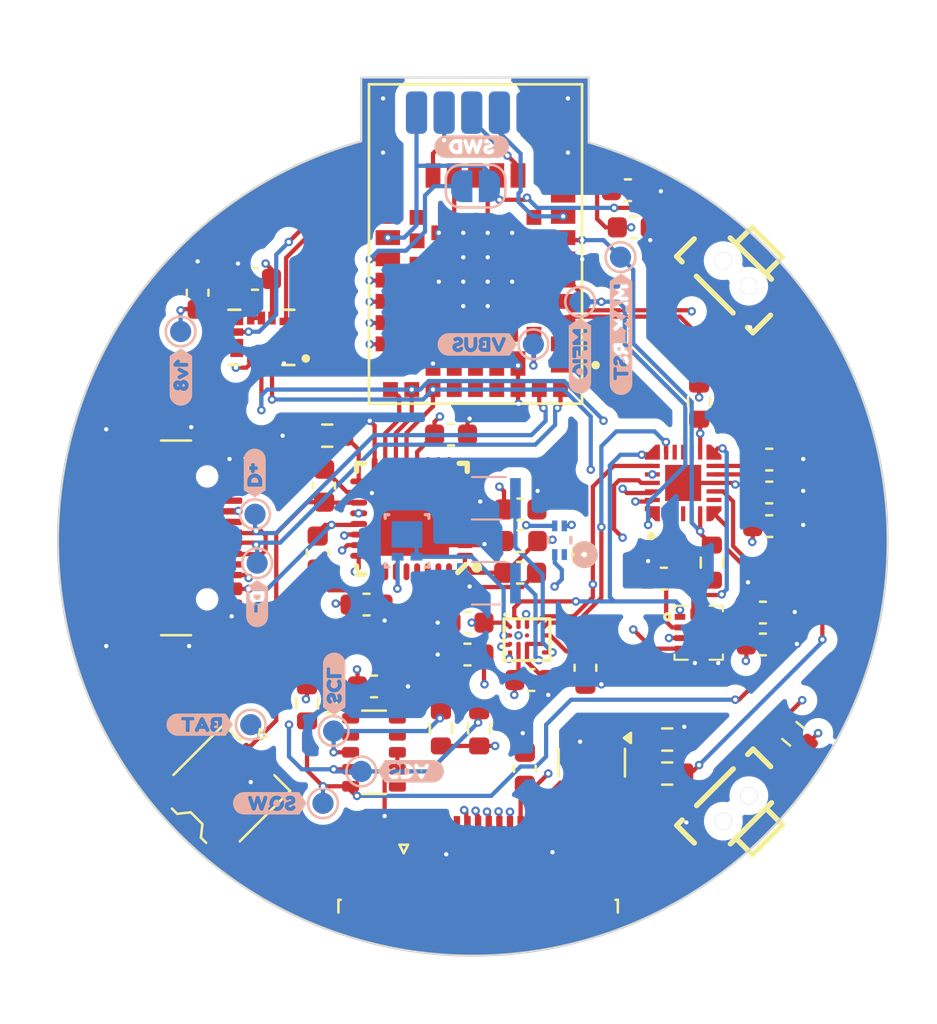
<source format=kicad_pcb>
(kicad_pcb (version 20240108) (generator "pcbnew") (generator_version "8.0")
  (layers (0 "F.Cu" signal) (1 "In1.Cu" power "VCC") (2 "In2.Cu" power "1v8") (31 "B.Cu" signal) (34 "B.Paste" user) (35 "F.Paste" user) (36 "B.SilkS" user "B.Silkscreen") (37 "F.SilkS" user "F.Silkscreen") (38 "B.Mask" user) (39 "F.Mask" user) (44 "Edge.Cuts" user))
  (net 0 "")
  (net 1 "/~{MAX_RST_0}")
  (net 2 "GND")
  (net 3 "+1V8")
  (net 4 "VCC")
  (net 5 "VUSB")
  (net 6 "+BATT")
  (net 7 "VBUS")
  (net 8 "/VCORE")
  (net 9 "/VREF")
  (net 10 "CC2")
  (net 11 "D-")
  (net 12 "D+")
  (net 14 "CC1")
  (net 16 "SWDIO")
  (net 17 "SWDCLK")
  (net 18 "~{RST}")
  (net 19 "SWO")
  (net 20 "~{TFT_RST}")
  (net 21 "/SW1")
  (net 22 "/PD1")
  (net 23 "/GREEN")
  (net 24 "/PD2")
  (net 25 "/Vg")
  (net 26 "/LEDK")
  (net 27 "/VSET1")
  (net 28 "SDA")
  (net 29 "SCL")
  (net 30 "SQW")
  (net 31 "BTN1")
  (net 32 "~{MAX_RST}")
  (net 33 "TFT_BCKL")
  (net 34 "~{PPG_INT}")
  (net 35 "MOSI")
  (net 36 "SCK")
  (net 37 "/IR")
  (net 39 "MISO")
  (net 40 "/RED")
  (net 41 "PPG_CS")
  (net 48 "MEM_INT2")
  (net 51 "MEM_INT1")
  (net 53 "SHPHLD")
  (net 67 "~{TFT_CS}")
  (net 76 "TFT_MOSI")
  (net 83 "TFT_DC")
  (net 93 "MFIO")
  (net 95 "TFT_SCK")
  (net 99 "ACCEL_CS")
  (net 100 "ACCEL_INT")
  (footprint "LXTD-0204-034:SW-SMD_LXTD-0204-034" (layer "F.Cu") (at 164.107691 103.907691 45)
    (property "Reference" "SW1" (hide yes))
    (property "Value" "SW_Push")
  )
  (footprint "Resistor_SMD:R_0603_1608Metric" (layer "F.Cu") (at 150.45 100.375 90)
    (property "Reference" "R5" (hide yes))
    (property "Value" "4.7k")
  )
  (footprint "Resistor_SMD:R_0603_1608Metric" (layer "F.Cu") (at 163.2 92.575 -90)
    (property "Reference" "R8" (hide yes))
    (property "Value" "100n")
  )
  (footprint "Capacitor_SMD:C_0603_1608Metric" (layer "F.Cu") (at 150.925 86.55)
    (property "Reference" "C14" (hide yes))
    (property "Value" "100n")
  )
  (footprint "Resistor_SMD:R_0603_1608Metric" (layer "F.Cu") (at 161.1 102.5)
    (property "Reference" "R10" (hide yes))
    (property "Value" "470")
  )
  (footprint "Inductor_SMD:L_0603_1608Metric" (layer "F.Cu") (at 154.206524 91.559725 180)
    (property "Reference" "L1" (hide yes))
    (property "Value" "2.2uH")
  )
  (footprint "Capacitor_SMD:C_0603_1608Metric" (layer "F.Cu") (at 159.525 76.8)
    (property "Reference" "C11" (hide yes))
    (property "Value" "100n")
  )
  (footprint "Capacitor_SMD:C_0603_1608Metric" (layer "F.Cu") (at 154.175 93.05)
    (property "Reference" "C3" (hide yes))
    (property "Value" "10u")
  )
  (footprint "Capacitor_SMD:C_0603_1608Metric" (layer "F.Cu") (at 151.7 95.4 180)
    (property "Reference" "C13" (hide yes))
    (property "Value" "10u")
  )
  (footprint "Connector_USB:USB_C_Receptacle_GCT_USB4110" (layer "F.Cu") (at 136.845 91.41 -90)
    (property "Reference" "J2" (hide yes))
    (property "Value" "USB_C_Receptacle_USB2.0")
  )
  (footprint "Capacitor_SMD:C_0603_1608Metric" (layer "F.Cu") (at 141.7 79.225 180)
    (property "Reference" "C7" (hide yes))
    (property "Value" "100n")
  )
  (footprint "Capacitor_SMD:C_0603_1608Metric" (layer "F.Cu") (at 154.193722 90.071794)
    (property "Reference" "C5" (hide yes))
    (property "Value" "10u")
  )
  (footprint "MAX32664GTGC_:IC_MAX32664GTGC_" (layer "F.Cu") (at 161.85 88.825 90)
    (property "Reference" "U9" (hide yes))
    (property "Value" "MAX32664GTGC_")
  )
  (footprint "LXTD-0204-034:SW-SMD_LXTD-0204-034" (layer "F.Cu") (at 164.1 79.2 135)
    (property "Reference" "SW2" (hide yes))
    (property "Value" "SW_Push")
  )
  (footprint "Capacitor_SMD:C_0603_1608Metric" (layer "F.Cu") (at 165.6 96.425)
    (property "Reference" "C25" (hide yes))
    (property "Value" "100n")
  )
  (footprint "npm1300_qfn:QFN-32_L5.0-W5.0-P0.50-TL-EP3.5" (layer "F.Cu") (at 149.080013 90.503609 180)
    (property "Reference" "U5" (hide yes))
    (property "Value" "NPM1300-QEAA-R7")
  )
  (footprint "Capacitor_SMD:C_0603_1608Metric" (layer "F.Cu") (at 160.939238 93.325894 180)
    (property "Reference" "C1" (hide yes))
    (property "Value" "1u")
  )
  (footprint "NINA-B306-00B-00:XCVR_NINA-B306-00B-00" (layer "F.Cu") (at 152.076511 77.581116 180)
    (property "Reference" "U6" (hide yes))
    (property "Value" "NINA-B306-00B-00")
  )
  (footprint "Package_SON:RTC_SMD_MicroCrystal_C3_2.5x3.7mm" (layer "F.Cu") (at 147.3 101.5)
    (property "Reference" "U3" (hide yes))
    (property "Value" "RV-8523-C3")
  )
  (footprint "Capacitor_SMD:C_0603_1608Metric" (layer "F.Cu") (at 157.25 97.525 -90)
    (property "Reference" "C21" (hide yes))
    (property "Value" "1u")
  )
  (footprint "Capacitor_SMD:C_0603_1608Metric" (layer "F.Cu") (at 151.7 96.9 180)
    (property "Reference" "C2" (hide yes))
    (property "Value" "100n")
  )
  (footprint "LIS2DS12:LGA-12_L2.0-W2.0-P0.50-BL" (layer "F.Cu") (at 162.58 95.875 -90)
    (property "Reference" "U8" (hide yes))
    (property "Value" "LIS2DS12")
  )
  (footprint "Capacitor_SMD:C_0603_1608Metric" (layer "F.Cu") (at 165.897839 90.857603)
    (property "Reference" "C20" (hide yes))
    (property "Value" "1u")
  )
  (footprint "gc9a01_fpc:15p_tft_P0.5" (layer "F.Cu") (at 152.2 106.4)
    (property "Reference" "U7" (hide yes))
    (property "Value" "GC9A01_IPS_display_SPI")
  )
  (footprint "Resistor_SMD:R_0603_1608Metric" (layer "F.Cu") (at 167.031987 100.6303 140)
    (property "Reference" "R7" (hide yes))
    (property "Value" "1k")
  )
  (footprint "Capacitor_SMD:C_0603_1608Metric" (layer "F.Cu") (at 139 79.875 90)
    (property "Reference" "C8" (hide yes))
    (property "Value" "100n")
  )
  (footprint "LSM6DSOXTR:PQFN50P250X300X86-14N" (layer "F.Cu") (at 142 81.975 180)
    (property "Reference" "U4" (hide yes))
    (property "Value" "LSM6DSOXTR")
  )
  (footprint "Capacitor_SMD:C_0603_1608Metric" (layer "F.Cu") (at 146.95 94.55)
    (property "Reference" "C15" (hide yes))
    (property "Value" "1u")
  )
  (footprint "Capacitor_SMD:C_0603_1608Metric" (layer "F.Cu") (at 154.7 98.1)
    (property "Reference" "C22" (hide yes))
    (property "Value" "10u")
  )
  (footprint "Package_TO_SOT_SMD:SOT-23" (layer "F.Cu") (at 157.55 101.9875 -90)
    (property "Reference" "Q1" (hide yes))
    (property "Value" "BSS138")
  )
  (footprint "Capacitor_SMD:C_0603_1608Metric" (layer "F.Cu") (at 165.6 94.925)
    (property "Reference" "C24" (hide yes))
    (property "Value" "100n")
  )
  (footprint "Capacitor_SMD:C_0603_1608Metric" (layer "F.Cu") (at 154.4 102.275 -90)
    (property "Reference" "C10" (hide yes))
    (property "Value" "100n")
  )
  (footprint "MAX86141:BGA-20_L2.0-W1.8-R4-C5-P0.40-TL" (layer "F.Cu") (at 154.5 96.2)
    (property "Reference" "U1" (hide yes))
    (property "Value" "MAX86141ENP+T")
  )
  (footprint "Resistor_SMD:R_0603_1608Metric" (layer "F.Cu") (at 152.25 100.375 90)
    (property "Reference" "R4" (hide yes))
    (property "Value" "4.7k")
  )
  (footprint "Capacitor_SMD:C_0603_1608Metric" (layer "F.Cu") (at 144.65 92.1 -90)
    (property "Reference" "C6" (hide yes))
    (property "Value" "1u")
  )
  (footprint "Connector_JST:JST_ACH_BM02B-ACHSS-GAN-ETF_1x02-1MP_P1.20mm_Vertical" (layer "F.Cu") (at 140.3 103.25 -45)
    (property "Reference" "J1" (hide yes))
    (property "Value" "BAT")
  )
  (footprint "Resistor_SMD:R_0603_1608Metric" (layer "F.Cu") (at 162.6 85 -90)
    (property "Reference" "R11" (hide yes))
    (property "Value" "4.7k")
  )
  (footprint "Capacitor_SMD:C_0603_1608Metric" (layer "F.Cu") (at 144.952882 88.95583 90)
    (property "Reference" "C9" (hide yes))
    (property "Value" "2.2u")
  )
  (footprint "Capacitor_SMD:C_0603_1608Metric" (layer "F.Cu") (at 159.25 75.05)
    (property "Reference" "C12" (hide yes))
    (property "Value" "100n")
  )
  (footprint "Capacitor_SMD:C_0603_1608Metric" (layer "F.Cu") (at 165.9 89.275)
    (property "Reference" "C19" (hide yes))
    (property "Value" "1u")
  )
  (footprint "Capacitor_SMD:C_0603_1608Metric" (layer "F.Cu") (at 165.9 87.725)
    (property "Reference" "C18" (hide yes))
    (property "Value" "1u")
  )
  (footprint "Capacitor_SMD:C_0603_1608Metric" (layer "F.Cu") (at 147.3 98.4)
    (property "Reference" "C4" (hide yes))
    (property "Value" "100n")
  )
  (footprint "Resistor_SMD:R_0603_1608Metric" (layer "F.Cu") (at 144.15 99.2 -90)
    (property "Reference" "R6" (hide yes))
    (property "Value" "4.7k")
  )
  (footprint "Resistor_SMD:R_0603_1608Metric" (layer "F.Cu") (at 145.1 86.6 180)
    (property "Reference" "R1" (hide yes))
    (property "Value" "47k")
  )
  (footprint "Resistor_SMD:R_0603_1608Metric" (layer "F.Cu") (at 161.1 100.9 180)
    (property "Reference" "R9" (hide yes))
    (property "Value" "47k")
  )
  (footprint "TestPoint:TestPoint_Pad_D1.0mm" (layer "B.Cu") (at 145.4 100.5 90)
    (property "Reference" "TP2" (hide yes))
    (property "Value" "TestPoint")
  )
  (footprint "Jumper:SolderJumper-2_P1.3mm_Open_RoundedPad1.0x1.5mm" (layer "B.Cu") (at 152.080233 74.861055)
    (property "Reference" "JP1" (hide yes))
    (property "Value" "SolderJumper_2_Open")
  )
  (footprint "Connector_Wire:SolderWirePad_1x01_SMD_1x2mm" (layer "B.Cu") (at 149.3 71.4 180)
    (property "Reference" "J5" (hide yes))
    (property "Value" "~{RST}")
  )
  (footprint "kibuzzard-685D6535" (layer "B.Cu") (at 141.8 94.5 -90)
    (property "Reference" "kibuzzard-685D6535" (hide yes))
    (property "Value" "G***" (hide yes))
  )
  (footprint "kibuzzard-685D657A" (layer "B.Cu") (at 139.1 100.2 180)
    (property "Reference" "kibuzzard-685D657A" (hide yes))
    (property "Value" "G***" (hide yes))
  )
  (footprint "kibuzzard-6862C63C" (layer "B.Cu") (at 158.924696 81.827679 -90)
    (property "Reference" "kibuzzard-6862C63C" (hide yes))
    (property "Value" "G***" (hide yes))
  )
  (footprint "kibuzzard-685D65B1" (layer "B.Cu") (at 152.163094 82.307735 180)
    (property "Reference" "kibuzzard-685D65B1" (hide yes))
    (property "Value" "G***" (hide yes))
  )
  (footprint "FIREFLY E2218:CT DBLP31.12-6C5D-56-J6Q4_OSR" (layer "B.Cu") (at 148.8555 91.5507 90)
    (property "Reference" "LED2" (hide yes))
    (property "Value" "CT DBLP31.12-6C5D-56-J6Q4")
  )
  (footprint "kibuzzard-685D6567" (layer "B.Cu") (at 145.427564 98.273951 90)
    (property "Reference" "kibuzzard-685D6567" (hide yes))
    (property "Value" "G***" (hide yes))
  )
  (footprint "TestPoint:TestPoint_Pad_D1.0mm" (layer "B.Cu") (at 141.5 100.2 180)
    (property "Reference" "TP8" (hide yes))
    (property "Value" "TestPoint")
  )
  (footprint "SFH-2703:SFH2703" (layer "B.Cu") (at 152.7055 89.5459 180)
    (property "Reference" "LED1" (hide yes))
    (property "Value" "SFH_2703" (hide yes))
  )
  (footprint "SFH-2703:SFH2703" (layer "B.Cu") (at 152.7055 93.5459 180)
    (property "Reference" "LED3" (hide yes))
    (property "Value" "SFH_2703" (hide yes))
  )
  (footprint "TestPoint:TestPoint_Pad_D1.0mm" (layer "B.Cu") (at 146.7 102.4 180)
    (property "Reference" "TP1" (hide yes))
    (property "Value" "TestPoint")
  )
  (footprint "TestPoint:TestPoint_Pad_D1.0mm" (layer "B.Cu") (at 138.2 81.7)
    (property "Reference" "TP5" (hide yes))
    (property "Value" "TestPoint")
  )
  (footprint "TestPoint:TestPoint_Pad_D1.0mm" (layer "B.Cu") (at 144.9 103.9 180)
    (property "Reference" "TP6" (hide yes))
    (property "Value" "TestPoint")
  )
  (footprint "TestPoint:TestPoint_Pad_D1.0mm" (layer "B.Cu") (at 154.8 82.3 180)
    (property "Reference" "TP7" (hide yes))
    (property "Value" "TestPoint")
  )
  (footprint "Connector_Wire:SolderWirePad_1x01_SMD_1x2mm" (layer "B.Cu") (at 153.2 71.4 180)
    (property "Reference" "J6" (hide yes))
    (property "Value" "SWO")
  )
  (footprint "Connector_Wire:SolderWirePad_1x01_SMD_1x2mm" (layer "B.Cu") (at 151.9 71.4 180)
    (property "Reference" "J4" (hide yes))
    (property "Value" "SWDCLK")
  )
  (footprint "SFH-7015:SFH 7015_OSR" (layer "B.Cu") (at 156.255499 92.1959)
    (property "Reference" "U2" (hide yes))
    (property "Value" "SFH_7015")
  )
  (footprint "TestPoint:TestPoint_Pad_D1.0mm" (layer "B.Cu") (at 157 80.3 180)
    (property "Reference" "TP10" (hide yes))
    (property "Value" "TestPoint")
  )
  (footprint "TestPoint:TestPoint_Pad_D1.0mm" (layer "B.Cu") (at 141.8 92.6 90)
    (property "Reference" "TP4" (hide yes))
    (property "Value" "TestPoint")
  )
  (footprint "kibuzzard-685D654C" (layer "B.Cu") (at 149.030419 102.393041)
    (property "Reference" "kibuzzard-685D654C" (hide yes))
    (property "Value" "G***" (hide yes))
  )
  (footprint "Connector_Wire:SolderWirePad_1x01_SMD_1x2mm" (layer "B.Cu") (at 150.6 71.4 180)
    (property "Reference" "J3" (hide yes))
    (property "Value" "SWDIO")
  )
  (footprint "TestPoint:TestPoint_Pad_D1.0mm" (layer "B.Cu") (at 158.9 78.2 180)
    (property "Reference" "TP9" (hide yes))
    (property "Value" "TestPoint")
  )
  (footprint "Connector_Wire:SolderWirePad_1x01_SMD_1x2mm" (layer "B.Cu") (at 154.5 71.4 180)
    (property "Reference" "J7" (hide yes))
    (property "Value" "GND")
  )
  (footprint "kibuzzard-685D6522" (layer "B.Cu") (at 141.688216 88.360509 90)
    (property "Reference" "kibuzzard-685D6522" (hide yes))
    (property "Value" "G***" (hide yes))
  )
  (footprint "TestPoint:TestPoint_Pad_D1.0mm" (layer "B.Cu") (at 141.7 90.3 180)
    (property "Reference" "TP3" (hide yes))
    (property "Value" "TestPoint")
  )
  (footprint "kibuzzard-685D6588" (layer "B.Cu") (at 142.4 103.9 180)
    (property "Reference" "kibuzzard-685D6588" (hide yes))
    (property "Value" "G***" (hide yes))
  )
  (footprint "kibuzzard-68615877" (layer "B.Cu") (at 151.9 73 180)
    (property "Reference" "kibuzzard-68615877" (hide yes))
    (property "Value" "G***" (hide yes))
  )
  (footprint "kibuzzard-6862C5FF" (layer "B.Cu") (at 156.991076 82.842334 -90)
    (property "Reference" "kibuzzard-6862C5FF" (hide yes))
    (property "Value" "G***" (hide yes))
  )
  (footprint "kibuzzard-686159F7" (layer "B.Cu") (at 138.213024 83.839073 -90)
    (property "Reference" "kibuzzard-686159F7" (hide yes))
    (property "Value" "G***" (hide yes))
  )
  (gr_line (start 146.7 69.75) (end 157.4 69.75) (stroke (width 0.1)) (layer "Edge.Cuts"))
  (gr_line (start 146.7 72.75) (end 146.7 69.75) (stroke (width 0.1)) (layer "Edge.Cuts"))
  (gr_line (start 157.4 69.75) (end 157.4 72.8) (stroke (width 0.1)) (layer "Edge.Cuts"))
  (gr_arc (start 157.398123 72.806456) (mid 151.846995 111.069013) (end 146.7 72.75) (stroke (width 0.1)) (layer "Edge.Cuts"))
  (segment (start 161.714238 93.325894) (end 163.125894 93.325894) (width 0.2) (layer "F.Cu") (net 1))
  (segment (start 163.125894 93.325894) (end 163.2 93.4) (width 0.2) (layer "F.Cu") (net 1))
  (segment (start 143.16 83.1) (end 143.06 83.2) (width 0.2) (layer "F.Cu") (net 2))
  (segment (start 147.8 102.500001) (end 148.000001 102.3) (width 0.2) (layer "F.Cu") (net 2))
  (segment (start 147.330013 86.130013) (end 147.1 85.9) (width 0.2) (layer "F.Cu") (net 2))
  (segment (start 155.367573 98.1) (end 155.475 98.1) (width 0.2) (layer "F.Cu") (net 2))
  (segment (start 151.580013 91.753609) (end 152.446391 91.753609) (width 0.2) (layer "F.Cu") (net 2))
  (segment (start 140.525 87.725) (end 140.5 87.7) (width 0.2) (layer "F.Cu") (net 2))
  (segment (start 155.475 98.775) (end 155.5 98.8) (width 0.2) (layer "F.Cu") (net 2))
  (segment (start 163.2 90.175) (end 163.2 90.5) (width 0.2) (layer "F.Cu") (net 2))
  (segment (start 146.580013 89.253609) (end 146.025661 89.253609) (width 0.2) (layer "F.Cu") (net 2))
  (segment (start 164.609117 81.095046) (end 164.609117 81.109117) (width 0.2) (layer "F.Cu") (net 2))
  (segment (start 143.16 82.725) (end 143.16 83.1) (width 0.2) (layer "F.Cu") (net 2))
  (segment (start 154.4 100.7) (end 154.3 100.6) (width 0.2) (layer "F.Cu") (net 2))
  (segment (start 152.246391 89.753609) (end 152.3 89.7) (width 0.2) (layer "F.Cu") (net 2))
  (segment (start 167.425 89.275) (end 167.5 89.2) (width 0.2) (layer "F.Cu") (net 2))
  (segment (start 164.737868 92.762132) (end 164.9 92.924264) (width 0.2) (layer "F.Cu") (net 2))
  (segment (start 157.081116 78.281116) (end 157.1 78.3) (width 0.2) (layer "F.Cu") (net 2))
  (segment (start 144.65 92.875) (end 144.65 93.35) (width 0.2) (layer "F.Cu") (net 2))
  (segment (start 160.164238 93.325894) (end 160.164238 92.535762) (width 0.2) (layer "F.Cu") (net 2))
  (segment (start 160.025 75.05) (end 160.75 75.05) (width 0.2) (layer "F.Cu") (net 2))
  (segment (start 139.95 86.3) (end 138.8 86.3) (width 0.2) (layer "F.Cu") (net 2))
  (segment (start 154.076511 84.431116) (end 154.076511 85.076511) (width 0.2) (layer "F.Cu") (net 2))
  (segment (start 147.05 93.875) (end 147.725 94.55) (width 0.2) (layer "F.Cu") (net 2))
  (segment (start 139 79.1) (end 139 78.4) (width 0.2) (layer "F.Cu") (net 2))
  (segment (start 147.153609 89.253609) (end 147.2 89.3) (width 0.2) (layer "F.Cu") (net 2))
  (segment (start 148.000001 102.3) (end 148.4 102.3) (width 0.2) (layer "F.Cu") (net 2))
  (segment (start 156.201511 78.281116) (end 157.081116 78.281116) (width 0.2) (layer "F.Cu") (net 2))
  (segment (start 167.075 94.925) (end 167.1 94.9) (width 0.2) (layer "F.Cu") (net 2))
  (segment (start 162.212645 104.587355) (end 162 104.8) (width 0.2) (layer "F.Cu") (net 2))
  (segment (start 161.925 100.9) (end 161.925 100.325) (width 0.2) (layer "F.Cu") (net 2))
  (segment (start 143.16 81.725) (end 143.16 82.725) (width 0.2) (layer "F.Cu") (net 2))
  (segment (start 160.3 76.8) (end 160.3 77.4) (width 0.2) (layer "F.Cu") (net 2))
  (segment (start 160.164238 92.535762) (end 160.2 92.5) (width 0.2) (layer "F.Cu") (net 2))
  (segment (start 162.33 97.23) (end 162.4 97.3) (width 0.2) (layer "F.Cu") (net 2))
  (segment (start 156.6 101.05) (end 156.95 101.05) (width 0.2) (layer "F.Cu") (net 2))
  (segment (start 147.330013 88.003609) (end 147.330013 86.130013) (width 0.2) (layer "F.Cu") (net 2))
  (segment (start 162.33 96.755) (end 162.33 97.23) (width 0.2) (layer "F.Cu") (net 2))
  (segment (start 150.330013 91.753609) (end 149.080013 90.503609) (width 0.2) (layer "F.Cu") (net 2))
  (segment (start 163.46 96.125) (end 163.46 96.625) (width 0.2) (layer "F.Cu") (net 2))
  (segment (start 151.076511 74.356116) (end 151.076511 76.331116) (width 0.2) (layer "F.Cu") (net 2))
  (segment (start 156.95 101.05) (end 157 101) (width 0.2) (layer "F.Cu") (net 2))
  (segment (start 154.4 101.5) (end 154.4 100.7) (width 0.2) (layer "F.Cu") (net 2))
  (segment (start 154.5 96.8) (end 154.5 96.4) (width 0.2) (layer "F.Cu") (net 2))
  (segment (start 140.525 95.025) (end 140.6 95.1) (width 0.2) (layer "F.Cu") (net 2))
  (segment (start 155.7 105.05) (end 155.7 106.2) (width 0.2) (layer "F.Cu") (net 2))
  (segment (start 166.375 96.425) (end 167.175 96.425) (width 0.2) (layer "F.Cu") (net 2))
  (segment (start 141.5 79.8) (end 140.925 79.225) (width 0.2) (layer "F.Cu") (net 2))
  (segment (start 157.25 98.3) (end 158 98.3) (width 0.2) (layer "F.Cu") (net 2))
  (segment (start 146.580013 89.253609) (end 147.153609 89.253609) (width 0.2) (layer "F.Cu") (net 2))
  (segment (start 166.675 87.725) (end 167.475 87.725) (width 0.2) (layer "F.Cu") (net 2))
  (segment (start 164.9 92.924264) (end 164.9 93.5) (width 0.2) (layer "F.Cu") (net 2))
  (segment (start 152.446391 91.753609) (end 152.5 91.7) (width 0.2) (layer "F.Cu") (net 2))
  (segment (start 154.076511 83.3) (end 154.076511 84.431116) (width 0.2) (layer "F.Cu") (net 2))
  (segment (start 145.175 93.875) (end 147.05 93.875) (width 0.2) (layer "F.Cu") (net 2))
  (segment (start 154.5 96.4) (end 155.3 96.4) (width 0.2) (layer "F.Cu") (net 2))
  (segment (start 166.375 94.925) (end 167.075 94.925) (width 0.2) (layer "F.Cu") (net 2))
  (segment (start 161.85 88.825) (end 163.3 88.825) (width 0.2) (layer "F.Cu") (net 2))
  (segment (start 166.672839 90.857603) (end 167.442397 90.857603) (width 0.2) (layer "F.Cu") (net 2))
  (segment (start 148.075 98.4) (end 148.9 98.4) (width 0.2) (layer "F.Cu") (net 2))
  (segment (start 134.72 96.52) (end 134.7 96.5) (width 0.2) (layer "F.Cu") (net 2))
  (segment (start 142.050089 102.349911) (end 141.5 102.9) (width 0.2) (layer "F.Cu") (net 2))
  (segment (start 138.8 86.3) (end 138.7 86.2) (width 0.2) (layer "F.Cu") (net 2))
  (segment (start 151.076511 76.331116) (end 150.351511 77.056116) (width 0.2) (layer "F.Cu") (net 2))
  (segment (start 150.925 95.4) (end 150.3 95.4) (width 0.2) (layer "F.Cu") (net 2))
  (segment (start 136.02 96.52) (end 134.72 96.52) (width 0.2) (layer "F.Cu") (net 2))
  (segment (start 154.968722 90.071794) (end 154.968722 89.231278) (width 0.2) (layer "F.Cu") (net 2))
  (segment (start 140.925 79.225) (end 140.925 78.525) (width 0.2) (layer "F.Cu") (net 2))
  (segment (start 147.725 94.55) (end 147.725 95.225) (width 0.2) (layer "F.Cu") (net 2))
  (segment (start 138.62 96.52) (end 138.6 96.5) (width 0.2) (layer "F.Cu") (net 2))
  (segment (start 140.925 78.525) (end 140.9 78.5) (width 0.2) (layer "F.Cu") (net 2))
  (segment (start 152.651511 74.781116) (end 152.651511 77.056116) (width 0.2) (layer "F.Cu") (net 2))
  (segment (start 166.675 89.275) (end 167.425 89.275) (width 0.2) (layer "F.Cu") (net 2))
  (segment (start 151.580013 91.753609) (end 150.330013 91.753609) (width 0.2) (layer "F.Cu") (net 2))
  (segment (start 167.175 96.425) (end 167.2 96.4) (width 0.2) (layer "F.Cu") (net 2))
  (segment (start 163.3 88.825) (end 164.225 88.825) (width 0.2) (layer "F.Cu") (net 2))
  (segment (start 150.7 105.05) (end 150.7 106.3) (width 0.2) (layer "F.Cu") (net 2))
  (segment (start 154.5 97.232427) (end 155.367573 98.1) (width 0.2) (layer "F.Cu") (net 2))
  (segment (start 167.475 87.725) (end 167.5 87.7) (width 0.2) (layer "F.Cu") (net 2))
  (segment (start 136.02 86.3) (end 134.7 86.3) (width 0.2) (layer "F.Cu") (net 2))
  (segment (start 160.75 75.05) (end 160.8 75.1) (width 0.2) (layer "F.Cu") (net 2))
  (segment (start 147.8 104.5) (end 147.8 102.500001) (width 0.2) (layer "F.Cu") (net 2))
  (segment (start 151.580013 89.753609) (end 152.246391 89.753609) (width 0.2) (layer "F.Cu") (net 2))
  (segment (start 154.076511 83.206116) (end 154.076511 83.3) (width 0.2) (layer "F.Cu") (net 2))
  (segment (start 142.050089 102.348439) (end 142.050089 102.349911) (width 0.2) (layer "F.Cu") (net 2))
  (segment (start 163.46 97.26) (end 163.5 97.3) (width 0.2) (layer "F.Cu") (net 2))
  (segment (start 153.076511 74.356116) (end 152.651511 74.781116) (width 0.2) (layer "F.Cu") (net 2))
  (segment (start 139.95 96.52) (end 138.62 96.52) (width 0.2) (layer "F.Cu") (net 2))
  (segment (start 141.5 81.065) (end 141.5 79.8) (width 0.2) (layer "F.Cu") (net 2))
  (segment (start 146.025661 89.253609) (end 144.952882 88.18083) (width 0.2) (layer "F.Cu") (net 2))
  (segment (start 151.7 86.55) (end 151.7 85.9) (width 0.2) (layer "F.Cu") (net 2))
  (segment (start 148.4 101.5) (end 148.4 102.3) (width 0.2) (layer "F.Cu") (net 2))
  (segment (start 151.7 85.9) (end 151.8 85.8) (width 0.2) (layer "F.Cu") (net 2))
  (segment (start 164.609117 81.109117) (end 165 81.5) (width 0.2) (layer "F.Cu") (net 2))
  (segment (start 163.9 90.875) (end 163.9 91.924264) (width 0.2) (layer "F.Cu") (net 2))
  (segment (start 144.65 93.35) (end 145.175 93.875) (width 0.2) (layer "F.Cu") (net 2))
  (segment (start 141.5 81.065) (end 142 81.065) (width 0.2) (layer "F.Cu") (net 2))
  (segment (start 163.46 96.625) (end 163.46 97.26) (width 0.2) (layer "F.Cu") (net 2))
  (segment (start 162.33 96.755) (end 162.83 96.755) (width 0.2) (layer "F.Cu") (net 2))
  (segment (start 161.925 100.325) (end 161.9 100.3) (width 0.2) (layer "F.Cu") (net 2))
  (segment (start 147.725 95.225) (end 147.8 95.3) (width 0.2) (layer "F.Cu") (net 2))
  (segment (start 154.275 93.725) (end 151.825 93.725) (width 0.2) (layer "F.Cu") (net 2))
  (segment (start 140.525 88.21) (end 140.525 87.725) (width 0.2) (layer "F.Cu") (net 2))
  (segment (start 154.076511 85.076511) (end 154.1 85.1) (width 0.2) (layer "F.Cu") (net 2))
  (segment (start 163.2 90.175) (end 163.9 90.875) (width 0.2) (layer "F.Cu") (net 2))
  (segment (start 155.475 98.1) (end 155.475 98.775) (width 0.2) (layer "F.Cu") (net 2))
  (segment (start 144.275 86.6) (end 143 86.6) (width 0.2) (layer "F.Cu") (net 2))
  (segment (start 164.225 88.825) (end 164.3 88.9) (width 0.2) (layer "F.Cu") (net 2))
  (segment (start 151.825 93.725) (end 151.8 93.7) (width 0.2) (layer "F.Cu") (net 2))
  (segment (start 150.925 96.9) (end 150.3 96.9) (width 0.2) (layer "F.Cu") (net 2))
  (segment (start 154.95 93.05) (end 154.275 93.725) (width 0.2) (layer "F.Cu") (net 2))
  (segment (start 140.525 94.61) (end 140.525 95.025) (width 0.2) (layer "F.Cu") (net 2))
  (segment (start 154.5 96.8) (end 154.5 97.232427) (width 0.2) (layer "F.Cu") (net 2))
  (segment (start 162.212645 104.416808) (end 162.212645 104.587355) (width 0.2) (layer "F.Cu") (net 2))
  (segment (start 154.968722 89.231278) (end 155 89.2) (width 0.2) (layer "F.Cu") (net 2))
  (segment (start 163.9 91.924264) (end 164.737868 92.762132) (width 0.2) (layer "F.Cu") (net 2))
  (segment (start 167.442397 90.857603) (end 167.5 90.8) (width 0.2) (layer "F.Cu") (net 2))
  (via (at 140.9 78.5) (size 0.4) (drill 0.2) (layers "F.Cu" "B.Cu") (net 2))
  (via (at 147.726511 73.281116) (size 0.4) (drill 0.2) (layers "F.Cu" "B.Cu") (net 2))
  (via (at 151.501511 80.506116) (size 0.4) (drill 0.2) (layers "F.Cu" "B.Cu") (net 2))
  (via (at 134.7 86.3) (size 0.4) (drill 0.2) (layers "F.Cu" "B.Cu") (net 2))
  (via (at 151.8 85.8) (size 0.4) (drill 0.2) (layers "F.Cu" "B.Cu") (net 2))
  (via (at 153.801511 77.056116) (size 0.4) (drill 0.2) (layers "F.Cu" "B.Cu") (net 2))
  (via (at 139 78.4) (size 0.4) (drill 0.2) (layers "F.Cu" "B.Cu") (net 2))
  (via (at 140.6 95.1) (size 0.4) (drill 0.2) (layers "F.Cu" "B.Cu") (net 2))
  (via (at 151.8 93.7) (size 0.4) (drill 0.2) (layers "F.Cu" "B.Cu") (net 2))
  (via (at 164.3 88.9) (size 0.4) (drill 0.2) (layers "F.Cu" "B.Cu") (net 2))
  (via (at 151.501511 78.206116) (size 0.4) (drill 0.2) (layers "F.Cu" "B.Cu") (net 2))
  (via (at 160.8 75.1) (size 0.4) (drill 0.2) (layers "F.Cu" "B.Cu") (net 2))
  (via (at 160.2 92.5) (size 0.4) (drill 0.2) (layers "F.Cu" "B.Cu") (net 2))
  (via (at 143 86.6) (size 0.4) (drill 0.2) (layers "F.Cu" "B.Cu") (net 2))
  (via (at 147.2 89.3) (size 0.4) (drill 0.2) (layers "F.Cu" "B.Cu") (net 2))
  (via (at 150.3 95.4) (size 0.4) (drill 0.2) (layers "F.Cu" "B.Cu") (net 2))
  (via (at 154.3 100.6) (size 0.4) (drill 0.2) (layers "F.Cu" "B.Cu") (net 2))
  (via (at 162 104.8) (size 0.4) (drill 0.2) (layers "F.Cu" "B.Cu") (net 2))
  (via (at 167.5 89.2) (size 0.4) (drill 0.2) (layers "F.Cu" "B.Cu") (net 2))
  (via (at 152.651511 77.056116) (size 0.4) (drill 0.2) (layers "F.Cu" "B.Cu") (net 2))
  (via (at 152.3 89.7) (size 0.4) (drill 0.2) (layers "F.Cu" "B.Cu") (net 2))
  (via (at 151.501511 77.056116) (size 0.4) (drill 0.2) (layers "F.Cu" "B.Cu") (net 2))
  (via (at 167.5 90.8) (size 0.4) (drill 0.2) (layers "F.Cu" "B.Cu") (net 2))
  (via (at 152.5 91.7) (size 0.4) (drill 0.2) (layers "F.Cu" "B.Cu") (net 2))
  (via (at 138.7 86.2) (size 0.4) (drill 0.2) (layers "F.Cu" "B.Cu") (net 2))
  (via (at 157.1 78.3) (size 0.4) (drill 0.2) (layers "F.Cu" "B.Cu") (net 2))
  (via (at 147.1 85.9) (size 0.4) (drill 0.2) (layers "F.Cu" "B.Cu") (net 2))
  (via (at 160.3 77.4) (size 0.4) (drill 0.2) (layers "F.Cu" "B.Cu") (net 2))
  (via (at 167.1 94.9) (size 0.4) (drill 0.2) (layers "F.Cu" "B.Cu") (net 2))
  (via (at 134.7 96.5) (size 0.4) (drill 0.2) (layers "F.Cu" "B.Cu") (net 2))
  (via (at 138.6 96.5) (size 0.4) (drill 0.2) (layers "F.Cu" "B.Cu") (net 2))
  (via (at 150.7 106.3) (size 0.4) (drill 0.2) (layers "F.Cu" "B.Cu") (net 2))
  (via (at 152.651511 80.506116) (size 0.4) (drill 0.2) (layers "F.Cu" "B.Cu") (net 2))
  (via (at 153.801511 79.356116) (size 0.4) (drill 0.2) (layers "F.Cu" "B.Cu") (net 2))
  (via (at 150.3 96.9) (size 0.4) (drill 0.2) (layers "F.Cu" "B.Cu") (net 2))
  (via (at 154.076511 83.3) (size 0.4) (drill 0.2) (layers "F.Cu" "B.Cu") (net 2))
  (via (at 155.5 98.8) (size 0.4) (drill 0.2) (layers "F.Cu" "B.Cu") (net 2))
  (via (at 165 81.5) (size 0.4) (drill 0.2) (layers "F.Cu" "B.Cu") (net 2))
  (via (at 147.8 95.3) (size 0.4) (drill 0.2) (layers "F.Cu" "B.Cu") (net 2))
  (via (at 167.2 96.4) (size 0.4) (drill 0.2) (layers "F.Cu" "B.Cu") (net 2))
  (via (at 156.426511 73.281116) (size 0.4) (drill 0.2) (layers "F.Cu" "B.Cu") (net 2))
  (via (at 155.7 106.2) (size 0.4) (drill 0.2) (layers "F.Cu" "B.Cu") (net 2))
  (via (at 150.351511 77.056116) (size 0.4) (drill 0.2) (layers "F.Cu" "B.Cu") (net 2))
  (via (at 141.5 102.9) (size 0.4) (drill 0.2) (layers "F.Cu" "B.Cu") (net 2))
  (via (at 151.501511 79.356116) (size 0.4) (drill 0.2) (layers "F.Cu" "B.Cu") (net 2))
  (via (at 157 101) (size 0.4) (drill 0.2) (layers "F.Cu" "B.Cu") (net 2))
  (via (at 154.1 85.1) (size 0.4) (drill 0.2) (layers "F.Cu" "B.Cu") (net 2))
  (via (at 147.8 104.5) (size 0.4) (drill 0.2) (layers "F.Cu" "B.Cu") (net 2))
  (via (at 152.651511 79.356116) (size 0.4) (drill 0.2) (layers "F.Cu" "B.Cu") (net 2))
  (via (at 143.06 83.2) (size 0.4) (drill 0.2) (layers "F.Cu" "B.Cu") (net 2))
  (via (at 167.5 87.7) (size 0.4) (drill 0.2) (layers "F.Cu" "B.Cu") (net 2))
  (via (at 150.351511 79.356116) (size 0.4) (drill 0.2) (layers "F.Cu" "B.Cu") (net 2))
  (via (at 163.5 97.3) (size 0.4) (drill 0.2) (layers "F.Cu" "B.Cu") (net 2))
  (via (at 148.9 98.4) (size 0.4) (drill 0.2) (layers "F.Cu" "B.Cu") (net 2))
  (via (at 161.9 100.3) (size 0.4) (drill 0.2) (layers "F.Cu" "B.Cu") (net 2))
  (via (at 156.426511 70.731116) (size 0.4) (drill 0.2) (layers "F.Cu" "B.Cu") (net 2))
  (via (at 140.5 87.7) (size 0.4) (drill 0.2) (layers "F.Cu" "B.Cu") (net 2))
  (via (at 164.9 93.5) (size 0.4) (drill 0.2) (layers "F.Cu" "B.Cu") (net 2))
  (via (at 158 98.3) (size 0.4) (drill 0.2) (layers "F.Cu" "B.Cu") (net 2))
  (via (at 147.726511 70.731116) (size 0.4) (drill 0.2) (layers "F.Cu" "B.Cu") (net 2))
  (via (at 152.651511 78.206116) (size 0.4) (drill 0.2) (layers "F.Cu" "B.Cu") (net 2))
  (via (at 155 89.2) (size 0.4) (drill 0.2) (layers "F.Cu" "B.Cu") (net 2))
  (via (at 162.4 97.3) (size 0.4) (drill 0.2) (layers "F.Cu" "B.Cu") (net 2))
  (via (at 150.076511 83.206116) (size 0.4) (drill 0.2) (layers "F.Cu" "B.Cu") (net 2))
  (segment (start 164.3 88.9) (end 167.2 88.9) (width 0.2) (layer "B.Cu") (net 2))
  (segment (start 167.2 88.9) (end 167.5 89.2) (width 0.2) (layer "B.Cu") (net 2))
  (segment (start 164.625 95.125) (end 164.825 94.925) (width 0.2) (layer "F.Cu") (net 3))
  (segment (start 140.55 80.65) (end 139 80.65) (width 0.2) (layer "F.Cu") (net 3))
  (segment (start 146.525 98.4) (end 146.525 97.625) (width 0.2) (layer "F.Cu") (net 3))
  (segment (start 138.25 80.65) (end 138.2 80.7) (width 0.2) (layer "F.Cu") (net 3))
  (segment (start 157.581116 74.281116) (end 157.8 74.5) (width 0.2) (layer "F.Cu") (net 3))
  (segment (start 164.825 96.425) (end 164.825 97.175) (width 0.2) (layer "F.Cu") (net 3))
  (segment (start 157.85 75.05) (end 157.8 75) (width 0.2) (layer "F.Cu") (net 3))
  (segment (start 158.2 76.8) (end 158.75 76.8) (width 0.2) (layer "F.Cu") (net 3))
  (segment (start 146.525 97.625) (end 146.5 97.6) (width 0.2) (layer "F.Cu") (net 3))
  (segment (start 146.525 99.575) (end 146.2 99.9) (width 0.2) (layer "F.Cu") (net 3))
  (segment (start 164.725 88.425) (end 165.125 88.825) (width 0.2) (layer "F.Cu") (net 3))
  (segment (start 156.201511 74.281116) (end 157.581116 74.281116) (width 0.2) (layer "F.Cu") (net 3))
  (segment (start 151.580013 92.253609) (end 151.580013 92.680013) (width 0.2) (layer "F.Cu") (net 3))
  (segment (start 153.925 98.1) (end 153.925 98.775) (width 0.2) (layer "F.Cu") (net 3))
  (segment (start 144.15 98.375) (end 144.15 98.95) (width 0.2) (layer "F.Cu") (net 3))
  (segment (start 152.475 96.9) (end 152.475 98.275) (width 0.2) (layer "F.Cu") (net 3))
  (segment (start 165.122839 90.857603) (end 165.122839 91.577161) (width 0.2) (layer "F.Cu") (net 3))
  (segment (start 144.15 98.95) (end 144.1 99) (width 0.2) (layer "F.Cu") (net 3))
  (segment (start 142.5 81.065) (end 142.5 79.25) (width 0.2) (layer "F.Cu") (net 3))
  (segment (start 154.994024 91.559725) (end 155.640275 91.559725) (width 0.2) (layer "F.Cu") (net 3))
  (segment (start 142.475 78.775) (end 142.475 79.225) (width 0.2) (layer "F.Cu") (net 3))
  (segment (start 163.46 95.625) (end 164.525 95.625) (width 0.2) (layer "F.Cu") (net 3))
  (segment (start 164.525 95.625) (end 164.825 95.925) (width 0.2) (layer "F.Cu") (net 3))
  (segment (start 159.875 88.825) (end 159.75 88.7) (width 0.2) (layer "F.Cu") (net 3))
  (segment (start 152.475 98.275) (end 152.5 98.3) (width 0.2) (layer "F.Cu") (net 3))
  (segment (start 165.125 90.855442) (end 165.122839 90.857603) (width 0.2) (layer "F.Cu") (net 3))
  (segment (start 154.1 96.8) (end 154.1 97.925) (width 0.2) (layer "F.Cu") (net 3))
  (segment (start 139 80.65) (end 138.25 80.65) (width 0.2) (layer "F.Cu") (net 3))
  (segment (start 167.663974 101.136026) (end 168.2 100.6) (width 0.2) (layer "F.Cu") (net 3))
  (segment (start 164.825 95.925) (end 164.825 96.425) (width 0.2) (layer "F.Cu") (net 3))
  (segment (start 141.5 82.885) (end 141.5 83.2) (width 0.2) (layer "F.Cu") (net 3))
  (segment (start 141.5 83.2) (end 141.3 83.4) (width 0.2) (layer "F.Cu") (net 3))
  (segment (start 153.4 93.05) (end 153.503749 93.05) (width 0.2) (layer "F.Cu") (net 3))
  (segment (start 156.201511 74.281116) (end 156.201511 75.281116) (width 0.2) (layer "F.Cu") (net 3))
  (segment (start 163.3 88.425) (end 164.725 88.425) (width 0.2) (layer "F.Cu") (net 3))
  (segment (start 157.8 74.5) (end 157.8 75) (width 0.2) (layer "F.Cu") (net 3))
  (segment (start 151.95 93.05) (end 153.4 93.05) (width 0.2) (layer "F.Cu") (net 3))
  (segment (start 154.1 97.925) (end 153.925 98.1) (width 0.2) (layer "F.Cu") (net 3))
  (segment (start 152.25 101.2) (end 150.45 101.2) (width 0.2) (layer "F.Cu") (net 3))
  (segment (start 153.925 98.775) (end 153.9 98.8) (width 0.2) (layer "F.Cu") (net 3))
  (segment (start 160.4 88.825) (end 159.875 88.825) (width 0.2) (layer "F.Cu") (net 3))
  (segment (start 154.1 96.4) (end 154.1 96.8) (width 0.2) (layer "F.Cu") (net 3))
  (segment (start 163.46 95.125) (end 164.625 95.125) (width 0.2) (layer "F.Cu") (net 3))
  (segment (start 165.122839 91.577161) (end 165.1 91.6) (width 0.2) (layer "F.Cu") (net 3))
  (segment (start 151.580013 92.680013) (end 151.95 93.05) (width 0.2) (layer "F.Cu") (net 3))
  (segment (start 164.825 97.175) (end 164.8 97.2) (width 0.2) (layer "F.Cu") (net 3))
  (segment (start 141.3 83.4) (end 140.8 83.4) (width 0.2) (layer "F.Cu") (net 3))
  (segment (start 157.8 75) (end 157.8 76.4) (width 0.2) (layer "F.Cu") (net 3))
  (segment (start 158.834314 88.7) (end 158.6 88.934314) (width 0.2) (layer "F.Cu") (net 3))
  (segment (start 165.125 89.275) (end 165.125 90.855442) (width 0.2) (layer "F.Cu") (net 3))
  (segment (start 155.640275 91.559725) (end 155.7 91.5) (width 0.2) (layer "F.Cu") (net 3))
  (segment (start 142.5 79.25) (end 142.475 79.225) (width 0.2) (layer "F.Cu") (net 3))
  (segment (start 158.475 75.05) (end 157.85 75.05) (width 0.2) (layer "F.Cu") (net 3))
  (segment (start 153.503749 93.05) (end 154.994024 91.559725) (width 0.2) (layer "F.Cu") (net 3))
  (segment (start 140.84 81.225) (end 140.84 80.94) (width 0.2) (layer "F.Cu") (net 3))
  (segment (start 165.125 88.825) (end 165.125 89.275) (width 0.2) (layer "F.Cu") (net 3))
  (segment (start 158.6 88.934314) (end 158.6 91) (width 0.2) (layer "F.Cu") (net 3))
  (segment (start 158.6 91) (end 159 91.4) (width 0.2) (layer "F.Cu") (net 3))
  (segment (start 167.663974 101.1606) (end 167.663974 101.136026) (width 0.2) (layer "F.Cu") (net 3))
  (segment (start 152.25 101.2) (end 153 101.2) (width 0.2) (layer "F.Cu") (net 3))
  (segment (start 158.75 76.8) (end 159.4 76.8) (width 0.2) (layer "F.Cu") (net 3))
  (segment (start 162.6 84.175) (end 162.6 84.8) (width 0.2) (layer "F.Cu") (net 3))
  (segment (start 157.8 76.4) (end 158.2 76.8) (width 0.2) (layer "F.Cu") (net 3))
  (segment (start 146.525 98.4) (end 146.525 99.575) (width 0.2) (layer "F.Cu") (net 3))
  (segment (start 140.84 80.94) (end 140.55 80.65) (width 0.2) (layer "F.Cu") (net 3))
  (segment (start 142.2 78.5) (end 142.475 78.775) (width 0.2) (layer "F.Cu") (net 3))
  (segment (start 163.46 95.125) (end 163.46 95.625) (width 0.2) (layer "F.Cu") (net 3))
  (segment (start 159.75 88.7) (end 158.834314 88.7) (width 0.2) (layer "F.Cu") (net 3))
  (via (at 140.8 83.4) (size 0.4) (drill 0.2) (layers "F.Cu" "B.Cu") (net 3))
  (via (at 165.1 91.6) (size 0.4) (drill 0.2) (layers "F.Cu" "B.Cu") (net 3))
  (via (at 153 101.2) (size 0.4) (drill 0.2) (layers "F.Cu" "B.Cu") (net 3))
  (via (at 138.2 80.7) (size 0.4) (drill 0.2) (layers "F.Cu" "B.Cu") (net 3))
  (via (at 152.5 98.3) (size 0.4) (drill 0.2) (layers "F.Cu" "B.Cu") (net 3))
  (via (at 162.6 84.8) (size 0.4) (drill 0.2) (layers "F.Cu" "B.Cu") (net 3))
  (via (at 168.2 100.6) (size 0.4) (drill 0.2) (layers "F.Cu" "B.Cu") (net 3))
  (via (at 146.5 97.6) (size 0.4) (drill 0.2) (layers "F.Cu" "B.Cu") (net 3))
  (via (at 164.8 97.2) (size 0.4) (drill 0.2) (layers "F.Cu" "B.Cu") (net 3))
  (via (at 155.7 91.5) (size 0.4) (drill 0.2) (layers "F.Cu" "B.Cu") (net 3))
  (via (at 153.9 98.8) (size 0.4) (drill 0.2) (layers "F.Cu" "B.Cu") (net 3))
  (via (at 159 91.4) (size 0.4) (drill 0.2) (layers "F.Cu" "B.Cu") (net 3))
  (via (at 144.1 99) (size 0.4) (drill 0.2) (layers "F.Cu" "B.Cu") (net 3))
  (via (at 142.2 78.5) (size 0.4) (drill 0.2) (layers "F.Cu" "B.Cu") (net 3))
  (via (at 159.4 76.8) (size 0.4) (drill 0.2) (layers "F.Cu" "B.Cu") (net 3))
  (segment (start 138.2 81.7) (end 138.2 80.7) (width 0.2) (layer "B.Cu") (net 3))
  (segment (start 154.2 105.05) (end 154.7 105.05) (width 0.2) (layer "F.Cu") (net 4))
  (segment (start 154.4 103.05) (end 154.95 103.05) (width 0.2) (layer "F.Cu") (net 4))
  (segment (start 149.330013 88.003609) (end 149.330013 87.369987) (width 0.2) (layer "F.Cu") (net 4))
  (segment (start 149.330013 87.369987) (end 150.15 86.55) (width 0.2) (layer "F.Cu") (net 4))
  (segment (start 151.580013 90.753609) (end 152.736907 90.753609) (width 0.2) (layer "F.Cu") (net 4))
  (segment (start 153.418722 90.071794) (end 153.418722 89.218722) (width 0.2) (layer "F.Cu") (net 4))
  (segment (start 150.15 85.95) (end 150.4 85.7) (width 0.2) (layer "F.Cu") (net 4))
  (segment (start 150.15 86.55) (end 150.15 85.95) (width 0.2) (layer "F.Cu") (net 4))
  (segment (start 153.418722 89.218722) (end 153.2 89) (width 0.2) (layer "F.Cu") (net 4))
  (segment (start 154.2 103.25) (end 154.4 103.05) (width 0.2) (layer "F.Cu") (net 4))
  (segment (start 152.736907 90.753609) (end 153.418722 90.071794) (width 0.2) (layer "F.Cu") (net 4))
  (segment (start 154.2 105.05) (end 154.2 103.25) (width 0.2) (layer "F.Cu") (net 4))
  (segment (start 152.475 95.4) (end 151.9 95.4) (width 0.2) (layer "F.Cu") (net 4))
  (segment (start 154.95 103.05) (end 155.5 102.5) (width 0.2) (layer "F.Cu") (net 4))
  (segment (start 153.5 95.4) (end 152.475 95.4) (width 0.2) (layer "F.Cu") (net 4))
  (segment (start 153.7 95.6) (end 153.5 95.4) (width 0.2) (layer "F.Cu") (net 4))
  (via (at 153.2 89) (size 0.4) (drill 0.2) (layers "F.Cu" "B.Cu") (net 4))
  (via (at 151.9 95.4) (size 0.4) (drill 0.2) (layers "F.Cu" "B.Cu") (net 4))
  (via (at 148.4 93.8) (size 0.4) (drill 0.2) (layers "F.Cu" "B.Cu") (net 4))
  (via (at 156.6 90.8) (size 0.4) (drill 0.2) (layers "F.Cu" "B.Cu") (net 4))
  (via (at 146.580013 90.253609) (size 0.4) (drill 0.2) (layers "F.Cu" "B.Cu") (net 4))
  (via (at 150.4 85.7) (size 0.4) (drill 0.2) (layers "F.Cu" "B.Cu") (net 4))
  (via (at 155.5 102.5) (size 0.4) (drill 0.2) (layers "F.Cu" "B.Cu") (net 4))
  (segment (start 148.411 92.3) (end 148.411 93.789) (width 0.2) (layer "B.Cu") (net 4))
  (segment (start 156.5541 90.8459) (end 156.6 90.8) (width 0.2) (layer "B.Cu") (net 4))
  (segment (start 156.2555 90.8459) (end 156.5541 90.8459) (width 0.2) (layer "B.Cu") (net 4))
  (segment (start 148.411 93.789) (end 148.4 93.8) (width 0.2) (layer "B.Cu") (net 4))
  (segment (start 141.4 93.81) (end 140.525 93.81) (width 0.2) (layer "F.Cu") (net 5))
  (segment (start 145 90.8) (end 145.3 90.8) (width 0.2) (layer "F.Cu") (net 5))
  (segment (start 138.9 89.5) (end 138.9 93.35) (width 0.2) (layer "F.Cu") (net 5))
  (segment (start 144.65 91.15) (end 145 90.8) (width 0.2) (layer "F.Cu") (net 5))
  (segment (start 139.950001 89.01) (end 139.660001 89.3) (width 0.2) (layer "F.Cu") (net 5))
  (segment (start 139.225 93.675) (end 139.708883 93.675) (width 0.2) (layer "F.Cu") (net 5))
  (segment (start 145.3 90.8) (end 146.533622 90.8) (width 0.2) (layer "F.Cu") (net 5))
  (segment (start 139.708883 93.675) (end 139.843883 93.81) (width 0.2) (layer "F.Cu") (net 5))
  (segment (start 144.65 91.325) (end 144.65 91.15) (width 0.2) (layer "F.Cu") (net 5))
  (segment (start 139.1 89.3) (end 138.9 89.5) (width 0.2) (layer "F.Cu") (net 5))
  (segment (start 146.533622 90.8) (end 146.580013 90.753609) (width 0.2) (layer "F.Cu") (net 5))
  (segment (start 140.525 89.01) (end 139.950001 89.01) (width 0.2) (layer "F.Cu") (net 5))
  (segment (start 139.660001 89.3) (end 139.1 89.3) (width 0.2) (layer "F.Cu") (net 5))
  (segment (start 139.843883 93.81) (end 140.525 93.81) (width 0.2) (layer "F.Cu") (net 5))
  (segment (start 138.9 93.35) (end 139.225 93.675) (width 0.2) (layer "F.Cu") (net 5))
  (via (at 145.3 90.8) (size 0.4) (drill 0.2) (layers "F.Cu" "B.Cu") (net 5))
  (via (at 141.4 93.81) (size 0.4) (drill 0.2) (layers "F.Cu" "B.Cu") (net 5))
  (segment (start 141.4 93.81) (end 142.29 93.81) (width 0.2) (layer "B.Cu") (net 5))
  (segment (start 142.29 93.81) (end 145.3 90.8) (width 0.2) (layer "B.Cu") (net 5))
  (segment (start 144.16917 89.73083) (end 144.952882 89.73083) (width 0.2) (layer "F.Cu") (net 6))
  (segment (start 144.975661 89.753609) (end 144.952882 89.73083) (width 0.2) (layer "F.Cu") (net 6))
  (segment (start 141.201561 101.499911) (end 142.000736 100.700736) (width 0.2) (layer "F.Cu") (net 6))
  (segment (start 142.7 100.001472) (end 142.7 91.2) (width 0.2) (layer "F.Cu") (net 6))
  (segment (start 142.7 91.2) (end 144.16917 89.73083) (width 0.2) (layer "F.Cu") (net 6))
  (segment (start 146.580013 89.753609) (end 144.975661 89.753609) (width 0.2) (layer "F.Cu") (net 6))
  (segment (start 142.000736 100.700736) (end 142.7 100.001472) (width 0.2) (layer "F.Cu") (net 6))
  (via (at 142.000736 100.700736) (size 0.4) (drill 0.2) (layers "F.Cu" "B.Cu") (net 6))
  (segment (start 141.5 100.2) (end 142.000736 100.700736) (width 0.2) (layer "B.Cu") (net 6))
  (segment (start 154.826511 81.831116) (end 154.826511 83.273489) (width 0.2) (layer "F.Cu") (net 7))
  (segment (start 146.125 94.5) (end 146.175 94.55) (width 0.2) (layer "F.Cu") (net 7))
  (segment (start 146.580013 91.253609) (end 145.946391 91.253609) (width 0.2) (layer "F.Cu") (net 7))
  (segment (start 154.826511 83.273489) (end 154.8 83.3) (width 0.2) (layer "F.Cu") (net 7))
  (segment (start 145.946391 91.253609) (end 145.9 91.3) (width 0.2) (layer "F.Cu") (net 7))
  (segment (start 145.5 94.5) (end 146.125 94.5) (width 0.2) (layer "F.Cu") (net 7))
  (via (at 145.5 94.5) (size 0.4) (drill 0.2) (layers "F.Cu" "B.Cu") (net 7))
  (via (at 154.8 83.3) (size 0.4) (drill 0.2) (layers "F.Cu" "B.Cu") (net 7))
  (via (at 145.9 91.3) (size 0.4) (drill 0.2) (layers "F.Cu" "B.Cu") (net 7))
  (segment (start 154.8 82.3) (end 154.8 83.3) (width 0.2) (layer "B.Cu") (net 7))
  (segment (start 163.3 88.025) (end 164.825 88.025) (width 0.2) (layer "F.Cu") (net 8))
  (segment (start 164.825 88.025) (end 165.125 87.725) (width 0.2) (layer "F.Cu") (net 8))
  (segment (start 155.3 96) (end 155.6 96) (width 0.2) (layer "F.Cu") (net 9))
  (segment (start 156.35 96.75) (end 157.25 96.75) (width 0.2) (layer "F.Cu") (net 9))
  (segment (start 155.6 96) (end 156.35 96.75) (width 0.2) (layer "F.Cu") (net 9))
  (segment (start 146.580013 92.253609) (end 146.580013 92.819987) (width 0.2) (layer "F.Cu") (net 10))
  (segment (start 140.525 93.16) (end 141.26 93.16) (width 0.2) (layer "F.Cu") (net 10))
  (segment (start 141.26 93.16) (end 141.4 93.3) (width 0.2) (layer "F.Cu") (net 10))
  (segment (start 146.580013 92.819987) (end 146.4 93) (width 0.2) (layer "F.Cu") (net 10))
  (via (at 146.4 93) (size 0.4) (drill 0.2) (layers "F.Cu" "B.Cu") (net 10))
  (via (at 141.4 93.3) (size 0.4) (drill 0.2) (layers "F.Cu" "B.Cu") (net 10))
  (segment (start 156.076511 84.431116) (end 156.076511 85.148489) (width 0.2) (layer "F.Cu") (net 11))
  (segment (start 139.64 90.66) (end 139.5 90.8) (width 0.2) (layer "F.Cu") (net 11))
  (segment (start 140.549999 91.635001) (end 141.654115 91.635001) (width 0.2) (layer "F.Cu") (net 11))
  (segment (start 156.076511 85.148489) (end 155.925 85.3) (width 0.2) (layer "F.Cu") (net 11))
  (segment (start 139.5 90.8) (end 139.5 91.5) (width 0.2) (layer "F.Cu") (net 11))
  (segment (start 141.654115 91.635001) (end 141.754114 91.735) (width 0.2) (layer "F.Cu") (net 11))
  (segment (start 139.5 91.5) (end 139.66 91.66) (width 0.2) (layer "F.Cu") (net 11))
  (segment (start 140.525 90.66) (end 139.64 90.66) (width 0.2) (layer "F.Cu") (net 11))
  (segment (start 139.66 91.66) (end 140.525 91.66) (width 0.2) (layer "F.Cu") (net 11))
  (segment (start 140.525 91.66) (end 140.549999 91.635001) (width 0.2) (layer "F.Cu") (net 11))
  (via (at 141.754114 91.735) (size 0.4) (drill 0.2) (layers "F.Cu" "B.Cu") (net 11))
  (via (at 155.925 85.3) (size 0.4) (drill 0.2) (layers "F.Cu" "B.Cu") (net 11))
  (segment (start 141.754114 91.735) (end 141.854113 91.635001) (width 0.2) (layer "B.Cu") (net 11))
  (segment (start 141.854113 91.635001) (end 142.883199 91.635001) (width 0.2) (layer "B.Cu") (net 11))
  (segment (start 155.825001 85.399999) (end 155.925 85.3) (width 0.2) (layer "B.Cu") (net 11))
  (segment (start 141.8 92.6) (end 141.8 91.780886) (width 0.2) (layer "B.Cu") (net 11))
  (segment (start 141.8 91.780886) (end 141.754114 91.735) (width 0.2) (layer "B.Cu") (net 11))
  (segment (start 142.883199 91.635001) (end 147.4932 87.025) (width 0.2) (layer "B.Cu") (net 11))
  (segment (start 154.8932 87.025) (end 155.825001 86.093199) (width 0.2) (layer "B.Cu") (net 11))
  (segment (start 155.825001 86.093199) (end 155.825001 85.399999) (width 0.2) (layer "B.Cu") (net 11))
  (segment (start 147.4932 87.025) (end 154.8932 87.025) (width 0.2) (layer "B.Cu") (net 11))
  (segment (start 142.2 91.3) (end 141.985 91.085) (width 0.2) (layer "F.Cu") (net 12))
  (segment (start 140.54 92.175) (end 142.025 92.175) (width 0.2) (layer "F.Cu") (net 12))
  (segment (start 141.654115 91.184999) (end 141.754114 91.085) (width 0.2) (layer "F.Cu") (net 12))
  (segment (start 141.985 91.085) (end 141.754114 91.085) (width 0.2) (layer "F.Cu") (net 12))
  (segment (start 142.025 92.175) (end 142.2 92) (width 0.2) (layer "F.Cu") (net 12))
  (segment (start 155.076511 84.431116) (end 155.076511 85.101511) (width 0.2) (layer "F.Cu") (net 12))
  (segment (start 140.525 92.16) (end 140.54 92.175) (width 0.2) (layer "F.Cu") (net 12))
  (segment (start 140.549999 91.184999) (end 141.654115 91.184999) (width 0.2) (layer "F.Cu") (net 12))
  (segment (start 142.2 92) (end 142.2 91.3) (width 0.2) (layer "F.Cu") (net 12))
  (segment (start 140.525 91.16) (end 140.549999 91.184999) (width 0.2) (layer "F.Cu") (net 12))
  (segment (start 155.076511 85.101511) (end 155.275 85.3) (width 0.2) (layer "F.Cu") (net 12))
  (via (at 141.754114 91.085) (size 0.4) (drill 0.2) (layers "F.Cu" "B.Cu") (net 12))
  (via (at 155.275 85.3) (size 0.4) (drill 0.2) (layers "F.Cu" "B.Cu") (net 12))
  (segment (start 154.7068 86.575) (end 155.374999 85.906801) (width 0.2) (layer "B.Cu") (net 12))
  (segment (start 141.7 91.030886) (end 141.754114 91.085) (width 0.2) (layer "B.Cu") (net 12))
  (segment (start 141.854113 91.184999) (end 142.696801 91.184999) (width 0.2) (layer "B.Cu") (net 12))
  (segment (start 142.696801 91.184999) (end 147.3068 86.575) (width 0.2) (layer "B.Cu") (net 12))
  (segment (start 155.374999 85.906801) (end 155.374999 85.399999) (width 0.2) (layer "B.Cu") (net 12))
  (segment (start 155.374999 85.399999) (end 155.275 85.3) (width 0.2) (layer "B.Cu") (net 12))
  (segment (start 147.3068 86.575) (end 154.7068 86.575) (width 0.2) (layer "B.Cu") (net 12))
  (segment (start 141.7 90.3) (end 141.7 91.030886) (width 0.2) (layer "B.Cu") (net 12))
  (segment (start 141.754114 91.085) (end 141.854113 91.184999) (width 0.2) (layer "B.Cu") (net 12))
  (segment (start 146.046391 91.753609) (end 145.8 92) (width 0.2) (layer "F.Cu") (net 14))
  (segment (start 146.580013 91.753609) (end 146.046391 91.753609) (width 0.2) (layer "F.Cu") (net 14))
  (segment (start 140.541893 90.143107) (end 140.525 90.16) (width 0.2) (layer "F.Cu") (net 14))
  (segment (start 140.915533 90.143107) (end 140.541893 90.143107) (width 0.2) (layer "F.Cu") (net 14))
  (via (at 140.915533 90.143107) (size 0.4) (drill 0.2) (layers "F.Cu" "B.Cu") (net 14))
  (via (at 145.8 92) (size 0.4) (drill 0.2) (layers "F.Cu" "B.Cu") (net 14))
  (segment (start 150.6 72.8) (end 150.6 72.7) (width 0.2) (layer "F.Cu") (net 16))
  (segment (start 150.076511 73.323489) (end 150.2 73.2) (width 0.2) (layer "F.Cu") (net 16))
  (segment (start 150.2 73.2) (end 150.6 72.8) (width 0.2) (layer "F.Cu") (net 16))
  (segment (start 150.076511 74.356116) (end 150.076511 73.323489) (width 0.2) (layer "F.Cu") (net 16))
  (via (at 150.6 72.7) (size 0.4) (drill 0.2) (layers "F.Cu" "B.Cu") (net 16))
  (segment (start 150.6 72.7) (end 150.6 71.4) (width 0.2) (layer "B.Cu") (net 16))
  (segment (start 154.076511 73.919835) (end 154.076511 74.356116) (width 0.2) (layer "F.Cu") (net 17))
  (segment (start 153.578338 73.421662) (end 154.076511 73.919835) (width 0.2) (layer "F.Cu") (net 17))
  (via (at 153.578338 73.421662) (size 0.4) (drill 0.2) (layers "F.Cu" "B.Cu") (net 17))
  (segment (start 153.578338 73.421662) (end 151.9 71.743324) (width 0.2) (layer "B.Cu") (net 17))
  (segment (start 151.9 71.743324) (end 151.9 71.4) (width 0.2) (layer "B.Cu") (net 17))
  (segment (start 153.2 75.5) (end 154.4 75.5) (width 0.2) (layer "F.Cu") (net 18))
  (segment (start 160.463392 75.881116) (end 162.204954 77.622678) (width 0.2) (layer "F.Cu") (net 18))
  (segment (start 162.204954 77.622678) (end 162.204954 78.690883) (width 0.2) (layer "F.Cu") (net 18))
  (segment (start 158.6 75.881116) (end 160.463392 75.881116) (width 0.2) (layer "F.Cu") (net 18))
  (segment (start 154.4 75.5) (end 154.5 75.4) (width 0.2) (layer "F.Cu") (net 18))
  (via (at 154.5 75.4) (size 0.4) (drill 0.2) (layers "F.Cu" "B.Cu") (net 18))
  (via (at 147.951511 77.281116) (size 0.4) (drill 0.2) (layers "F.Cu" "B.Cu") (net 18))
  (via (at 158.6 75.881116) (size 0.4) (drill 0.2) (layers "F.Cu" "B.Cu") (net 18))
  (via (at 153.2 75.5) (size 0.4) (drill 0.2) (layers "F.Cu" "B.Cu") (net 18))
  (segment (start 149.3 71.4) (end 149.3 73.9) (width 0.2) (layer "B.Cu") (net 18))
  (segment (start 152.730233 75.030233) (end 152.730233 74.861055) (width 0.2) (layer "B.Cu") (net 18))
  (segment (start 148.718884 77.281116) (end 147.951511 77.281116) (width 0.2) (layer "B.Cu") (net 18))
  (segment (start 152.730233 74.861055) (end 152.730233 74.230233) (width 0.2) (layer "B.Cu") (net 18))
  (segment (start 158.6 75.881116) (end 154.981116 75.881116) (width 0.2) (layer "B.Cu") (net 18))
  (segment (start 152.730233 74.230233) (end 152.4 73.9) (width 0.2) (layer "B.Cu") (net 18))
  (segment (start 152.4 73.9) (end 149.3 73.9) (width 0.2) (layer "B.Cu") (net 18))
  (segment (start 149.3 76.7) (end 148.718884 77.281116) (width 0.2) (layer "B.Cu") (net 18))
  (segment (start 153.2 75.5) (end 152.730233 75.030233) (width 0.2) (layer "B.Cu") (net 18))
  (segment (start 149.3 73.9) (end 149.3 76.7) (width 0.2) (layer "B.Cu") (net 18))
  (segment (start 154.981116 75.881116) (end 154.5 75.4) (width 0.2) (layer "B.Cu") (net 18))
  (via (at 156.201511 76.281116) (size 0.4) (drill 0.2) (layers "F.Cu" "B.Cu") (net 19))
  (segment (start 154.1 75.6) (end 154.781116 76.281116) (width 0.2) (layer "B.Cu") (net 19))
  (segment (start 153.2 71.4) (end 153.2 72.334314) (width 0.2) (layer "B.Cu") (net 19))
  (segment (start 153.2 72.334314) (end 154.2 73.334314) (width 0.2) (layer "B.Cu") (net 19))
  (segment (start 154.2 73.334314) (end 154.2 75.1) (width 0.2) (layer "B.Cu") (net 19))
  (segment (start 154.1 75.2) (end 154.1 75.6) (width 0.2) (layer "B.Cu") (net 19))
  (segment (start 154.781116 76.281116) (end 156.201511 76.281116) (width 0.2) (layer "B.Cu") (net 19))
  (segment (start 154.2 75.1) (end 154.1 75.2) (width 0.2) (layer "B.Cu") (net 19))
  (segment (start 151.542906 104.220021) (end 151.641992 104.319107) (width 0.2) (layer "F.Cu") (net 20))
  (segment (start 147.932627 78.3) (end 147.951511 78.281116) (width 0.2) (layer "F.Cu") (net 20))
  (segment (start 151.641992 104.991992) (end 151.7 105.05) (width 0.2) (layer "F.Cu") (net 20))
  (segment (start 151.641992 104.319107) (end 151.641992 104.991992) (width 0.2) (layer "F.Cu") (net 20))
  (segment (start 147.1 78.3) (end 147.932627 78.3) (width 0.2) (layer "F.Cu") (net 20))
  (via (at 147.1 78.3) (size 0.4) (drill 0.2) (layers "F.Cu" "B.Cu") (net 20))
  (via (at 151.542906 104.220021) (size 0.4) (drill 0.2) (layers "F.Cu" "B.Cu") (net 20))
  (segment (start 151.430233 74.861055) (end 150.138945 74.861055) (width 0.2) (layer "B.Cu") (net 20))
  (segment (start 149.7 75.3) (end 149.7 77) (width 0.2) (layer "B.Cu") (net 20))
  (segment (start 148.8 77.9) (end 147.5 77.9) (width 0.2) (layer "B.Cu") (net 20))
  (segment (start 150.138945 74.861055) (end 149.7 75.3) (width 0.2) (layer "B.Cu") (net 20))
  (segment (start 147.5 77.9) (end 147.1 78.3) (width 0.2) (layer "B.Cu") (net 20))
  (segment (start 149.7 77) (end 148.8 77.9) (width 0.2) (layer "B.Cu") (net 20))
  (segment (start 151.580013 91.253609) (end 153.112908 91.253609) (width 0.2) (layer "F.Cu") (net 21))
  (segment (start 153.112908 91.253609) (end 153.419024 91.559725) (width 0.2) (layer "F.Cu") (net 21))
  (segment (start 155.3 96.8) (end 155.7 96.8) (width 0.2) (layer "F.Cu") (net 22))
  (via (at 155.7 96.8) (size 0.4) (drill 0.2) (layers "F.Cu" "B.Cu") (net 22))
  (segment (start 155.24 96.34) (end 155.24 93.14) (width 0.2) (layer "B.Cu") (net 22))
  (segment (start 155.24 93.14) (end 153.9555 91.8555) (width 0.2) (layer "B.Cu") (net 22))
  (segment (start 155.7 96.8) (end 155.24 96.34) (width 0.2) (layer "B.Cu") (net 22))
  (segment (start 153.9555 91.8555) (end 153.9555 89.5459) (width 0.2) (layer "B.Cu") (net 22))
  (segment (start 153.7 96) (end 153.4 96) (width 0.2) (layer "F.Cu") (net 23))
  (via (at 153.4 96) (size 0.4) (drill 0.2) (layers "F.Cu" "B.Cu") (net 23))
  (segment (start 149.3 92.3) (end 149.3 91.6904) (width 0.2) (layer "B.Cu") (net 23))
  (segment (start 151.9 92.3) (end 149.3 92.3) (width 0.2) (layer "B.Cu") (net 23))
  (segment (start 153.4 96) (end 153.4 93.8) (width 0.2) (layer "B.Cu") (net 23))
  (segment (start 153.4 93.8) (end 151.9 92.3) (width 0.2) (layer "B.Cu") (net 23))
  (segment (start 149.3 91.6904) (end 148.8555 91.2459) (width 0.2) (layer "B.Cu") (net 23))
  (segment (start 154.9 96.8) (end 154.9 97.010173) (width 0.2) (layer "F.Cu") (net 24))
  (segment (start 154.9 97.010173) (end 155.055931 97.166104) (width 0.2) (layer "F.Cu") (net 24))
  (via (at 155.055931 97.166104) (size 0.4) (drill 0.2) (layers "F.Cu" "B.Cu") (net 24))
  (segment (start 155.055931 97.166104) (end 154.9 97.010173) (width 0.2) (layer "B.Cu") (net 24))
  (segment (start 154.9 94.1) (end 154.3459 93.5459) (width 0.2) (layer "B.Cu") (net 24))
  (segment (start 154.9 97.010173) (end 154.9 94.1) (width 0.2) (layer "B.Cu") (net 24))
  (segment (start 154.3459 93.5459) (end 153.9555 93.5459) (width 0.2) (layer "B.Cu") (net 24))
  (segment (start 160.125 101.05) (end 160.275 100.9) (width 0.2) (layer "F.Cu") (net 25))
  (segment (start 158.5 101.05) (end 160.125 101.05) (width 0.2) (layer "F.Cu") (net 25))
  (segment (start 160.275 100.9) (end 160.275 102.5) (width 0.2) (layer "F.Cu") (net 25))
  (segment (start 156.075 102.925) (end 155.2 103.8) (width 0.2) (layer "F.Cu") (net 26))
  (segment (start 155.2 103.8) (end 155.2 105.05) (width 0.2) (layer "F.Cu") (net 26))
  (segment (start 157.55 102.925) (end 156.075 102.925) (width 0.2) (layer "F.Cu") (net 26))
  (segment (start 146.580013 88.753609) (end 146.580013 87.255013) (width 0.2) (layer "F.Cu") (net 27))
  (segment (start 146.580013 87.255013) (end 145.925 86.6) (width 0.2) (layer "F.Cu") (net 27))
  (segment (start 148.830013 88.003609) (end 148.830013 86.469987) (width 0.2) (layer "F.Cu") (net 28))
  (segment (start 142.5 82.885) (end 142.5 84.9) (width 0.2) (layer "F.Cu") (net 28))
  (segment (start 160.325 89.3) (end 160.4 89.225) (width 0.2) (layer "F.Cu") (net 28))
  (segment (start 150.076511 85.223489) (end 150.076511 84.431116) (width 0.2) (layer "F.Cu") (net 28))
  (segment (start 146.2 102.3) (end 145.4 102.3) (width 0.2) (layer "F.Cu") (net 28))
  (segment (start 159 89.1) (end 159.2 89.3) (width 0.2) (layer "F.Cu") (net 28))
  (segment (start 152.25 100.05) (end 152.2 100.1) (width 0.2) (layer "F.Cu") (net 28))
  (segment (start 152.25 99.55) (end 152.25 100.05) (width 0.2) (layer "F.Cu") (net 28))
  (segment (start 148.830013 86.469987) (end 150.076511 85.223489) (width 0.2) (layer "F.Cu") (net 28))
  (segment (start 159.2 89.3) (end 160.325 89.3) (width 0.2) (layer "F.Cu") (net 28))
  (via (at 142.5 84.9) (size 0.4) (drill 0.2) (layers "F.Cu" "B.Cu") (net 28))
  (via (at 152.2 100.1) (size 0.4) (drill 0.2) (layers "F.Cu" "B.Cu") (net 28))
  (via (at 157.5 88.2) (size 0.4) (drill 0.2) (layers "F.Cu" "B.Cu") (net 28))
  (via (at 143.3 100.2) (size 0.4) (drill 0.2) (layers "F.Cu" "B.Cu") (net 28))
  (via (at 145.4 102.3) (size 0.4) (drill 0.2) (layers "F.Cu" "B.Cu") (net 28))
  (via (at 150.076511 84.431116) (size 0.4) (drill 0.2) (layers "F.Cu" "B.Cu") (net 28))
  (via (at 159 89.1) (size 0.4) (drill 0.2) (layers "F.Cu" "B.Cu") (net 28))
  (segment (start 146.7 102.4) (end 145.5 102.4) (width 0.2) (layer "B.Cu") (net 28))
  (segment (start 143.3 100.2) (end 143.3 101.7) (width 0.2) (layer "B.Cu") (net 28))
  (segment (start 142.5 84.9) (end 149.607627 84.9) (width 0.2) (layer "B.Cu") (net 28))
  (segment (start 149.9 102.4) (end 146.7 102.4) (width 0.2) (layer "B.Cu") (net 28))
  (segment (start 152.2 100.1) (end 149.9 102.4) (width 0.2) (layer "B.Cu") (net 28))
  (segment (start 143.9 102.3) (end 145.4 102.3) (width 0.2) (layer "B.Cu") (net 28))
  (segment (start 156.231116 84.431116) (end 157.5 85.7) (width 0.2) (layer "B.Cu") (net 28))
  (segment (start 145.5 102.4) (end 145.4 102.3) (width 0.2) (layer "B.Cu") (net 28))
  (segment (start 157.5 85.7) (end 157.5 88.2) (width 0.2) (layer "B.Cu") (net 28))
  (segment (start 149.607627 84.9) (end 150.076511 84.431116) (width 0.2) (layer "B.Cu") (net 28))
  (segment (start 150.076511 84.431116) (end 156.231116 84.431116) (width 0.2) (layer "B.Cu") (net 28))
  (segment (start 143.3 101.7) (end 143.9 102.3) (width 0.2) (layer "B.Cu") (net 28))
  (segment (start 150.45 99.85) (end 150.4 99.9) (width 0.2) (layer "F.Cu") (net 29))
  (segment (start 142 82.885) (end 142 85.4) (width 0.2) (layer "F.Cu") (net 29))
  (segment (start 146.2 101.5) (end 145.4 101.5) (width 0.2) (layer "F.Cu") (net 29))
  (segment (start 149.076511 85.723489) (end 149.076511 84.431116) (width 0.2) (layer "F.Cu") (net 29))
  (segment (start 148.330013 86.469987) (end 149.076511 85.723489) (width 0.2) (layer "F.Cu") (net 29))
  (segment (start 150.45 99.55) (end 150.45 99.85) (width 0.2) (layer "F.Cu") (net 29))
  (segment (start 159.6 89.7) (end 160.325 89.7) (width 0.2) (layer "F.Cu") (net 29))
  (segment (start 160.325 89.7) (end 160.4 89.625) (width 0.2) (layer "F.Cu") (net 29))
  (segment (start 148.330013 88.003609) (end 148.330013 86.469987) (width 0.2) (layer "F.Cu") (net 29))
  (via (at 142 85.4) (size 0.4) (drill 0.2) (layers "F.Cu" "B.Cu") (net 29))
  (via (at 150.4 99.9) (size 0.4) (drill 0.2) (layers "F.Cu" "B.Cu") (net 29))
  (via (at 145.4 101.5) (size 0.4) (drill 0.2) (layers "F.Cu" "B.Cu") (net 29))
  (via (at 149.076511 84.431116) (size 0.4) (drill 0.2) (layers "F.Cu" "B.Cu") (net 29))
  (via (at 158.1 85.9) (size 0.4) (drill 0.2) (layers "F.Cu" "B.Cu") (net 29))
  (via (at 159.6 89.7) (size 0.4) (drill 0.2) (layers "F.Cu" "B.Cu") (net 29))
  (segment (start 149.076511 84.431116) (end 149.468884 84.431116) (width 0.2) (layer "B.Cu") (net 29))
  (segment (start 156.25538 84.031116) (end 158.1 85.875736) (width 0.2) (layer "B.Cu") (net 29))
  (segment (start 149.468884 84.431116) (end 149.7 84.2) (width 0.2) (layer "B.Cu") (net 29))
  (segment (start 150.4 99.9) (end 149.8 100.5) (width 0.2) (layer "B.Cu") (net 29))
  (segment (start 142.268884 84.431116) (end 149.076511 84.431116) (width 0.2) (layer "B.Cu") (net 29))
  (segment (start 158.1 85.875736) (end 158.1 85.9) (width 0.2) (layer "B.Cu") (net 29))
  (segment (start 149.8 100.5) (end 145.4 100.5) (width 0.2) (layer "B.Cu") (net 29))
  (segment (start 149.868884 84.031116) (end 156.25538 84.031116) (width 0.2) (layer "B.Cu") (net 29))
  (segment (start 145.4 100.5) (end 145.4 101.5) (width 0.2) (layer "B.Cu") (net 29))
  (segment (start 142 85.4) (end 142 84.7) (width 0.2) (layer "B.Cu") (net 29))
  (segment (start 149.7 84.2) (end 149.868884 84.031116) (width 0.2) (layer "B.Cu") (net 29))
  (segment (start 142 84.7) (end 142.268884 84.431116) (width 0.2) (layer "B.Cu") (net 29))
  (segment (start 165.725 93.325) (end 164.2 91.8) (width 0.2) (layer "F.Cu") (net 30))
  (segment (start 146.2 103.3) (end 146.45 103.55) (width 0.2) (layer "F.Cu") (net 30))
  (segment (start 164.475 99.025) (end 165.725 97.775) (width 0.2) (layer "F.Cu") (net 30))
  (segment (start 163.725 89.225) (end 163.3 89.225) (width 0.2) (layer "F.Cu") (net 30))
  (segment (start 165.725 97.775) (end 165.725 93.325) (width 0.2) (layer "F.Cu") (net 30))
  (segment (start 164.2 91.8) (end 164.2 89.7) (width 0.2) (layer "F.Cu") (net 30))
  (segment (start 164.2 89.7) (end 163.725 89.225) (width 0.2) (layer "F.Cu") (net 30))
  (segment (start 144.15 102.35) (end 144.15 100.025) (width 0.2) (layer "F.Cu") (net 30))
  (segment (start 164.3 99.025) (end 164.475 99.025) (width 0.2) (layer "F.Cu") (net 30))
  (segment (start 146.45 103.55) (end 146.5 103.55) (width 0.2) (layer "F.Cu") (net 30))
  (segment (start 144.9 103.1) (end 144.15 102.35) (width 0.2) (layer "F.Cu") (net 30))
  (segment (start 146.2 103.1) (end 146.2 103.3) (width 0.2) (layer "F.Cu") (net 30))
  (segment (start 146.2 103.1) (end 144.9 103.1) (width 0.2) (layer "F.Cu") (net 30))
  (via (at 164.3 99.025) (size 0.4) (drill 0.2) (layers "F.Cu" "B.Cu") (net 30))
  (via (at 146.5 103.55) (size 0.4) (drill 0.2) (layers "F.Cu" "B.Cu") (net 30))
  (via (at 144.9 103.1) (size 0.4) (drill 0.2) (layers "F.Cu" "B.Cu") (net 30))
  (segment (start 154.932843 102.167157) (end 155.4 101.7) (width 0.2) (layer "B.Cu") (net 30))
  (segment (start 155.4 101.7) (end 155.4 100.2) (width 0.2) (layer "B.Cu") (net 30))
  (segment (start 146.5 103.55) (end 152.817724 103.55) (width 0.2) (layer "B.Cu") (net 30))
  (segment (start 155.4 100.2) (end 156.575 99.025) (width 0.2) (layer "B.Cu") (net 30))
  (segment (start 156.575 99.025) (end 164.3 99.025) (width 0.2) (layer "B.Cu") (net 30))
  (segment (start 144.9 103.9) (end 144.9 103.1) (width 0.2) (layer "B.Cu") (net 30))
  (segment (start 152.817724 103.55) (end 154.200567 102.167157) (width 0.2) (layer "B.Cu") (net 30))
  (segment (start 154.200567 102.167157) (end 154.932843 102.167157) (width 0.2) (layer "B.Cu") (net 30))
  (segment (start 162.25 80.75) (end 162.2 80.7) (width 0.2) (layer "F.Cu") (net 31))
  (segment (start 162.2 80.7) (end 156.620395 80.7) (width 0.2) (layer "F.Cu") (net 31))
  (segment (start 164.616808 102.012645) (end 166.4 100.229453) (width 0.2) (layer "F.Cu") (net 31))
  (segment (start 166.4 100.229453) (end 166.4 100.1) (width 0.2) (layer "F.Cu") (net 31))
  (segment (start 156.620395 80.7) (end 156.201511 80.281116) (width 0.2) (layer "F.Cu") (net 31))
  (segment (start 166.4 100.1) (end 167.45 99.05) (width 0.2) (layer "F.Cu") (net 31))
  (via (at 167.45 99.05) (size 0.4) (drill 0.2) (layers "F.Cu" "B.Cu") (net 31))
  (via (at 162.25 80.75) (size 0.4) (drill 0.2) (layers "F.Cu" "B.Cu") (net 31))
  (segment (start 162.65 91.1) (end 162.65 91.2) (width 0.2) (layer "F.Cu") (net 32))
  (segment (start 162.65 91.2) (end 163.2 91.75) (width 0.2) (layer "F.Cu") (net 32))
  (segment (start 162.65 90.275) (end 162.65 91.1) (width 0.2) (layer "F.Cu") (net 32))
  (segment (start 157.1 77.4) (end 156.320395 77.4) (width 0.2) (layer "F.Cu") (net 32))
  (segment (start 156.320395 77.4) (end 156.201511 77.281116) (width 0.2) (layer "F.Cu") (net 32))
  (via (at 162.65 91.1) (size 0.4) (drill 0.2) (layers "F.Cu" "B.Cu") (net 32))
  (via (at 157.1 77.4) (size 0.4) (drill 0.2) (layers "F.Cu" "B.Cu") (net 32))
  (segment (start 162.25 85.015686) (end 159.5 82.265686) (width 0.2) (layer "B.Cu") (net 32))
  (segment (start 162.65 91.1) (end 162.25 90.7) (width 0.2) (layer "B.Cu") (net 32))
  (segment (start 158.6 77.9) (end 158.1 77.4) (width 0.2) (layer "B.Cu") (net 32))
  (segment (start 162.25 90.7) (end 162.25 85.015686) (width 0.2) (layer "B.Cu") (net 32))
  (segment (start 159.5 78.8) (end 158.6 77.9) (width 0.2) (layer "B.Cu") (net 32))
  (segment (start 159.5 80.5) (end 159.5 78.8) (width 0.2) (layer "B.Cu") (net 32))
  (segment (start 158.1 77.4) (end 157.1 77.4) (width 0.2) (layer "B.Cu") (net 32))
  (segment (start 159.5 82.265686) (end 159.5 80.5) (width 0.2) (layer "B.Cu") (net 32))
  (segment (start 156.201511 81.281116) (end 156.482627 81) (width 0.2) (layer "F.Cu") (net 33))
  (segment (start 168.4 87.7) (end 168.4 96.2) (width 0.2) (layer "F.Cu") (net 33))
  (segment (start 156.482627 81) (end 161.7 81) (width 0.2) (layer "F.Cu") (net 33))
  (segment (start 168.4 96.2) (end 168.4 96.3) (width 0.2) (layer "F.Cu") (net 33))
  (segment (start 161.7 81) (end 168.4 87.7) (width 0.2) (layer "F.Cu") (net 33))
  (segment (start 162.2 102.5) (end 161.925 102.5) (width 0.2) (layer "F.Cu") (net 33))
  (segment (start 162.6 102.1) (end 162.2 102.5) (width 0.2) (layer "F.Cu") (net 33))
  (via (at 168.4 96.2) (size 0.4) (drill 0.2) (layers "F.Cu" "B.Cu") (net 33))
  (via (at 162.6 102.1) (size 0.4) (drill 0.2) (layers "F.Cu" "B.Cu") (net 33))
  (segment (start 168.4 96.3) (end 162.6 102.1) (width 0.2) (layer "B.Cu") (net 33))
  (segment (start 162.65 86.5) (end 162.65 85.875) (width 0.2) (layer "F.Cu") (net 34))
  (segment (start 162.65 85.875) (end 162.6 85.825) (width 0.2) (layer "F.Cu") (net 34))
  (segment (start 162.65 87.375) (end 162.65 86.5) (width 0.2) (layer "F.Cu") (net 34))
  (via (at 162.65 86.5) (size 0.4) (drill 0.2) (layers "F.Cu" "B.Cu") (net 34))
  (via (at 154.1 96) (size 0.4) (drill 0.2) (layers "F.Cu" "B.Cu") (net 34))
  (segment (start 156.7 95.1) (end 157.6 94.2) (width 0.2) (layer "F.Cu") (net 35))
  (segment (start 155.258579 95.1) (end 156.7 95.1) (width 0.2) (layer "F.Cu") (net 35))
  (segment (start 154.9 95.458579) (end 155.258579 95.1) (width 0.2) (layer "F.Cu") (net 35))
  (segment (start 157.6 94.2) (end 157.6 93.6) (width 0.2) (layer "F.Cu") (net 35))
  (segment (start 157.6 89) (end 158.575 88.025) (width 0.2) (layer "F.Cu") (net 35))
  (segment (start 159.5 95.720874) (end 160.404126 96.625) (width 0.2) (layer "F.Cu") (net 35))
  (segment (start 160.404126 96.625) (end 161.7 96.625) (width 0.2) (layer "F.Cu") (net 35))
  (segment (start 154.9 95.6) (end 154.9 95.458579) (width 0.2) (layer "F.Cu") (net 35))
  (segment (start 158.575 88.025) (end 160.4 88.025) (width 0.2) (layer "F.Cu") (net 35))
  (segment (start 157.6 93.6) (end 157.6 89) (width 0.2) (layer "F.Cu") (net 35))
  (via (at 159.5 95.720874) (size 0.4) (drill 0.2) (layers "F.Cu" "B.Cu") (net 35))
  (via (at 157.6 93.6) (size 0.4) (drill 0.2) (layers "F.Cu" "B.Cu") (net 35))
  (segment (start 154.1 95.3) (end 153.9 95.1) (width 0.2) (layer "F.Cu") (net 36))
  (segment (start 161.7 94.8) (end 161.7 95.125) (width 0.2) (layer "F.Cu") (net 36))
  (segment (start 153.9 94.7) (end 154.2 94.4) (width 0.2) (layer "F.Cu") (net 36))
  (segment (start 160.5 87.475) (end 159.925 87.475) (width 0.2) (layer "F.Cu") (net 36))
  (segment (start 153.9 95.1) (end 153.9 94.7) (width 0.2) (layer "F.Cu") (net 36))
  (segment (start 159.925 87.475) (end 159.9 87.5) (width 0.2) (layer "F.Cu") (net 36))
  (segment (start 154.2 94.4) (end 156.8 94.4) (width 0.2) (layer "F.Cu") (net 36))
  (segment (start 154.1 95.6) (end 154.1 95.3) (width 0.2) (layer "F.Cu") (net 36))
  (via (at 161.7 94.8) (size 0.4) (drill 0.2) (layers "F.Cu" "B.Cu") (net 36))
  (via (at 159.9 87.5) (size 0.4) (drill 0.2) (layers "F.Cu" "B.Cu") (net 36))
  (via (at 156.8 94.4) (size 0.4) (drill 0.2) (layers "F.Cu" "B.Cu") (net 36))
  (segment (start 161.6 94.5) (end 161.7 94.6) (width 0.2) (layer "B.Cu") (net 36))
  (segment (start 161.7 94.6) (end 161.7 94.8) (width 0.2) (layer "B.Cu") (net 36))
  (segment (start 158.4 88) (end 158.4 94.2) (width 0.2) (layer "B.Cu") (net 36))
  (segment (start 156.8 94.4) (end 158.6 94.4) (width 0.2) (layer "B.Cu") (net 36))
  (segment (start 158.9 87.5) (end 158.4 88) (width 0.2) (layer "B.Cu") (net 36))
  (segment (start 161.5 94.4) (end 161.6 94.5) (width 0.2) (layer "B.Cu") (net 36))
  (segment (start 159.9 87.5) (end 158.9 87.5) (width 0.2) (layer "B.Cu") (net 36))
  (segment (start 158.4 94.2) (end 158.6 94.4) (width 0.2) (layer "B.Cu") (net 36))
  (segment (start 158.6 94.4) (end 161.5 94.4) (width 0.2) (layer "B.Cu") (net 36))
  (segment (start 153.66 96.44) (end 153.383613 96.44) (width 0.2) (layer "F.Cu") (net 37))
  (segment (start 153.383613 96.44) (end 153.294097 96.529516) (width 0.2) (layer "F.Cu") (net 37))
  (segment (start 153.7 96.4) (end 153.66 96.44) (width 0.2) (layer "F.Cu") (net 37))
  (via (at 154.462649 90.813508) (size 0.4) (drill 0.2) (layers "F.Cu" "B.Cu") (net 37))
  (via (at 153.294097 96.529516) (size 0.4) (drill 0.2) (layers "F.Cu" "B.Cu") (net 37))
  (segment (start 155.805498 90.8459) (end 154.495041 90.8459) (width 0.2) (layer "B.Cu") (net 37))
  (segment (start 154.495041 90.8459) (end 154.462649 90.813508) (width 0.2) (layer "B.Cu") (net 37))
  (segment (start 154.5 95.04) (end 154.46 95) (width 0.2) (layer "F.Cu") (net 39))
  (segment (start 161.180105 96.120874) (end 161.695874 96.120874) (width 0.2) (layer "F.Cu") (net 39))
  (segment (start 154.5 95.6) (end 154.5 95.04) (width 0.2) (layer "F.Cu") (net 39))
  (segment (start 161.695874 96.120874) (end 161.7 96.125) (width 0.2) (layer "F.Cu") (net 39))
  (via (at 154.46 95) (size 0.4) (drill 0.2) (layers "F.Cu" "B.Cu") (net 39))
  (via (at 161.180105 96.120874) (size 0.4) (drill 0.2) (layers "F.Cu" "B.Cu") (net 39))
  (via (at 160.4 88.425) (size 0.4) (drill 0.2) (layers "F.Cu" "B.Cu") (net 39))
  (segment (start 153.7 97.06) (end 153.66 97.1) (width 0.2) (layer "F.Cu") (net 40))
  (segment (start 153.7 96.8) (end 153.7 97.06) (width 0.2) (layer "F.Cu") (net 40))
  (via (at 155.8 93.7) (size 0.4) (drill 0.2) (layers "F.Cu" "B.Cu") (net 40))
  (via (at 153.66 97.1) (size 0.4) (drill 0.2) (layers "F.Cu" "B.Cu") (net 40))
  (segment (start 156.14 92.917746) (end 156.14 93.36) (width 0.2) (layer "B.Cu") (net 40))
  (segment (start 155.805498 92.583244) (end 156.14 92.917746) (width 0.2) (layer "B.Cu") (net 40))
  (segment (start 155.805498 92.1959) (end 155.805498 92.583244) (width 0.2) (layer "B.Cu") (net 40))
  (segment (start 156.14 93.36) (end 155.8 93.7) (width 0.2) (layer "B.Cu") (net 40))
  (segment (start 161.038349 86.899999) (end 161.038349 87.363349) (width 0.2) (layer "F.Cu") (net 41))
  (segment (start 161.038349 87.363349) (end 161.05 87.375) (width 0.2) (layer "F.Cu") (net 41))
  (segment (start 155.5 95.4) (end 155.3 95.6) (width 0.2) (layer "F.Cu") (net 41))
  (segment (start 156.824264 95.4) (end 155.5 95.4) (width 0.2) (layer "F.Cu") (net 41))
  (segment (start 158 94.224264) (end 156.824264 95.4) (width 0.2) (layer "F.Cu") (net 41))
  (segment (start 158 90.9) (end 158 94.224264) (width 0.2) (layer "F.Cu") (net 41))
  (via (at 161.038349 86.899999) (size 0.4) (drill 0.2) (layers "F.Cu" "B.Cu") (net 41))
  (via (at 158 90.9) (size 0.4) (drill 0.2) (layers "F.Cu" "B.Cu") (net 41))
  (segment (start 158 87.1) (end 158.7 86.4) (width 0.2) (layer "B.Cu") (net 41))
  (segment (start 160.5 86.4) (end 160.999999 86.899999) (width 0.2) (layer "B.Cu") (net 41))
  (segment (start 158.7 86.4) (end 160.5 86.4) (width 0.2) (layer "B.Cu") (net 41))
  (segment (start 160.999999 86.899999) (end 161.038349 86.899999) (width 0.2) (layer "B.Cu") (net 41))
  (segment (start 158 90.9) (end 158 87.1) (width 0.2) (layer "B.Cu") (net 41))
  (segment (start 140.84 81.725) (end 141.385002 81.725) (width 0.2) (layer "F.Cu") (net 48))
  (segment (start 143.288873 77.488873) (end 145.49663 75.281116) (width 0.2) (layer "F.Cu") (net 48))
  (segment (start 145.49663 75.281116) (end 147.951511 75.281116) (width 0.2) (layer "F.Cu") (net 48))
  (segment (start 141.385002 81.725) (end 141.4 81.710002) (width 0.2) (layer "F.Cu") (net 48))
  (via (at 141.4 81.710002) (size 0.4) (drill 0.2) (layers "F.Cu" "B.Cu") (net 48))
  (via (at 143.288873 77.488873) (size 0.4) (drill 0.2) (layers "F.Cu" "B.Cu") (net 48))
  (segment (start 141.889998 81.710002) (end 142.7 80.9) (width 0.2) (layer "B.Cu") (net 48))
  (segment (start 141.4 81.710002) (end 141.889998 81.710002) (width 0.2) (layer "B.Cu") (net 48))
  (segment (start 142.7 80.9) (end 142.7 78.077746) (width 0.2) (layer "B.Cu") (net 48))
  (segment (start 142.7 78.077746) (end 143.288873 77.488873) (width 0.2) (layer "B.Cu") (net 48))
  (segment (start 143.165 78.235) (end 145.118884 76.281116) (width 0.2) (layer "F.Cu") (net 51))
  (segment (start 143.16 81.225) (end 143.165 81.22) (width 0.2) (layer "F.Cu") (net 51))
  (segment (start 145.118884 76.281116) (end 147.951511 76.281116) (width 0.2) (layer "F.Cu") (net 51))
  (segment (start 143.165 81.22) (end 143.165 78.235) (width 0.2) (layer "F.Cu") (net 51))
  (segment (start 148.076511 84.431116) (end 148.131116 84.431116) (width 0.2) (layer "F.Cu") (net 53))
  (segment (start 148.486511 85.832657) (end 147.830013 86.489155) (width 0.2) (layer "F.Cu") (net 53))
  (segment (start 147.830013 86.489155) (end 147.830013 88.003609) (width 0.2) (layer "F.Cu") (net 53))
  (segment (start 148.486511 84.786511) (end 148.486511 85.832657) (width 0.2) (layer "F.Cu") (net 53))
  (segment (start 148.131116 84.431116) (end 148.486511 84.786511) (width 0.2) (layer "F.Cu") (net 53))
  (segment (start 153.2 104.323657) (end 153.160238 104.283895) (width 0.2) (layer "F.Cu") (net 67))
  (segment (start 147.1 81.3) (end 147.932627 81.3) (width 0.2) (layer "F.Cu") (net 67))
  (segment (start 153.2 105.05) (end 153.2 104.323657) (width 0.2) (layer "F.Cu") (net 67))
  (segment (start 147.932627 81.3) (end 147.951511 81.281116) (width 0.2) (layer "F.Cu") (net 67))
  (via (at 147.1 81.3) (size 0.4) (drill 0.2) (layers "F.Cu" "B.Cu") (net 67))
  (via (at 153.160238 104.283895) (size 0.4) (drill 0.2) (layers "F.Cu" "B.Cu") (net 67))
  (segment (start 152.081992 104.251442) (end 152.081992 104.377706) (width 0.2) (layer "F.Cu") (net 76))
  (segment (start 147.932627 79.3) (end 147.951511 79.281116) (width 0.2) (layer "F.Cu") (net 76))
  (segment (start 147.1 79.3) (end 147.932627 79.3) (width 0.2) (layer "F.Cu") (net 76))
  (segment (start 152.2 104.495714) (end 152.2 105.05) (width 0.2) (layer "F.Cu") (net 76))
  (segment (start 152.081992 104.377706) (end 152.2 104.495714) (width 0.2) (layer "F.Cu") (net 76))
  (via (at 147.1 79.3) (size 0.4) (drill 0.2) (layers "F.Cu" "B.Cu") (net 76))
  (via (at 152.081992 104.251442) (size 0.4) (drill 0.2) (layers "F.Cu" "B.Cu") (net 76))
  (segment (start 147.932627 82.3) (end 147.951511 82.281116) (width 0.2) (layer "F.Cu") (net 83))
  (segment (start 153.7 105.05) (end 153.7 104.3) (width 0.2) (layer "F.Cu") (net 83))
  (segment (start 147.1 82.3) (end 147.932627 82.3) (width 0.2) (layer "F.Cu") (net 83))
  (via (at 153.7 104.3) (size 0.4) (drill 0.2) (layers "F.Cu" "B.Cu") (net 83))
  (via (at 147.1 82.3) (size 0.4) (drill 0.2) (layers "F.Cu" "B.Cu") (net 83))
  (segment (start 160.2 90.475) (end 160.5 90.175) (width 0.2) (layer "F.Cu") (net 93))
  (segment (start 156.426511 79.281116) (end 157.445395 80.3) (width 0.2) (layer "F.Cu") (net 93))
  (segment (start 160.2 90.8) (end 160.2 90.475) (width 0.2) (layer "F.Cu") (net 93))
  (segment (start 157.445395 80.3) (end 158 80.3) (width 0.2) (layer "F.Cu") (net 93))
  (segment (start 156.201511 79.281116) (end 156.426511 79.281116) (width 0.2) (layer "F.Cu") (net 93))
  (via (at 158 80.3) (size 0.4) (drill 0.2) (layers "F.Cu" "B.Cu") (net 93))
  (via (at 160.2 90.8) (size 0.4) (drill 0.2) (layers "F.Cu" "B.Cu") (net 93))
  (segment (start 157 80.3) (end 158 80.3) (width 0.25) (layer "B.Cu") (net 93))
  (segment (start 161.95 85.15) (end 159.1 82.3) (width 0.2) (layer "B.Cu") (net 93))
  (segment (start 161.95 88) (end 161.95 85.15) (width 0.2) (layer "B.Cu") (net 93))
  (segment (start 160.2 89.75) (end 161.95 88) (width 0.2) (layer "B.Cu") (net 93))
  (segment (start 159.1 82.3) (end 159.1 80.6) (width 0.2) (layer "B.Cu") (net 93))
  (segment (start 160.2 90.8) (end 160.2 89.75) (width 0.2) (layer "B.Cu") (net 93))
  (segment (start 159.1 80.6) (end 158.8 80.3) (width 0.2) (layer "B.Cu") (net 93))
  (segment (start 158.8 80.3) (end 158 80.3) (width 0.2) (layer "B.Cu") (net 93))
  (segment (start 147.1 80.3) (end 147.932627 80.3) (width 0.2) (layer "F.Cu") (net 95))
  (segment (start 152.7 105.05) (end 152.7 104.37346) (width 0.2) (layer "F.Cu") (net 95))
  (segment (start 152.7 104.37346) (end 152.620329 104.293789) (width 0.2) (layer "F.Cu") (net 95))
  (segment (start 147.932627 80.3) (end 147.951511 80.281116) (width 0.2) (layer "F.Cu") (net 95))
  (via (at 147.1 80.3) (size 0.4) (drill 0.2) (layers "F.Cu" "B.Cu") (net 95))
  (via (at 152.620329 104.293789) (size 0.4) (drill 0.2) (layers "F.Cu" "B.Cu") (net 95))
  (segment (start 161.05 95.35) (end 161.325 95.625) (width 0.2) (layer "F.Cu") (net 99))
  (segment (start 161.325 95.625) (end 161.7 95.625) (width 0.2) (layer "F.Cu") (net 99))
  (segment (start 161.05 90.275) (end 161.05 95.35) (width 0.2) (layer "F.Cu") (net 99))
  (segment (start 163.7 87.2) (end 163.475 87.2) (width 0.2) (layer "F.Cu") (net 100))
  (segment (start 163.475 87.2) (end 163.2 87.475) (width 0.2) (layer "F.Cu") (net 100))
  (segment (start 163.615 94.1) (end 162.5 94.1) (width 0.2) (layer "F.Cu") (net 100))
  (segment (start 163.661601 94.068064) (end 163.646936 94.068064) (width 0.2) (layer "F.Cu") (net 100))
  (segment (start 162.5 94.1) (end 162.33 94.27) (width 0.2) (layer "F.Cu") (net 100))
  (segment (start 162.33 94.27) (end 162.33 94.995) (width 0.2) (layer "F.Cu") (net 100))
  (segment (start 163.646936 94.068064) (end 163.615 94.1) (width 0.2) (layer "F.Cu") (net 100))
  (via (at 163.661601 94.068064) (size 0.4) (drill 0.2) (layers "F.Cu" "B.Cu") (net 100))
  (via (at 163.7 87.2) (size 0.4) (drill 0.2) (layers "F.Cu" "B.Cu") (net 100))
  (segment (start 163.9 93.829665) (end 163.9 87.4) (width 0.2) (layer "B.Cu") (net 100))
  (segment (start 163.9 87.4) (end 163.7 87.2) (width 0.2) (layer "B.Cu") (net 100))
  (segment (start 163.661601 94.068064) (end 163.9 93.829665) (width 0.2) (layer "B.Cu") (net 100))
  (zone (net 2) (net_name "GND") (layer "B.Cu") (priority 1) (connect_pads yes (clearance 0.508)) (min_thickness 0.25) (fill yes (thermal_gap 0.5) (thermal_bridge_width 0.5))
    (polygon (pts (xy 130.7 67.3) (xy 130.7 113.1) (xy 172.7 113.1) (xy 172.7 67.6)))
  )
)
</source>
